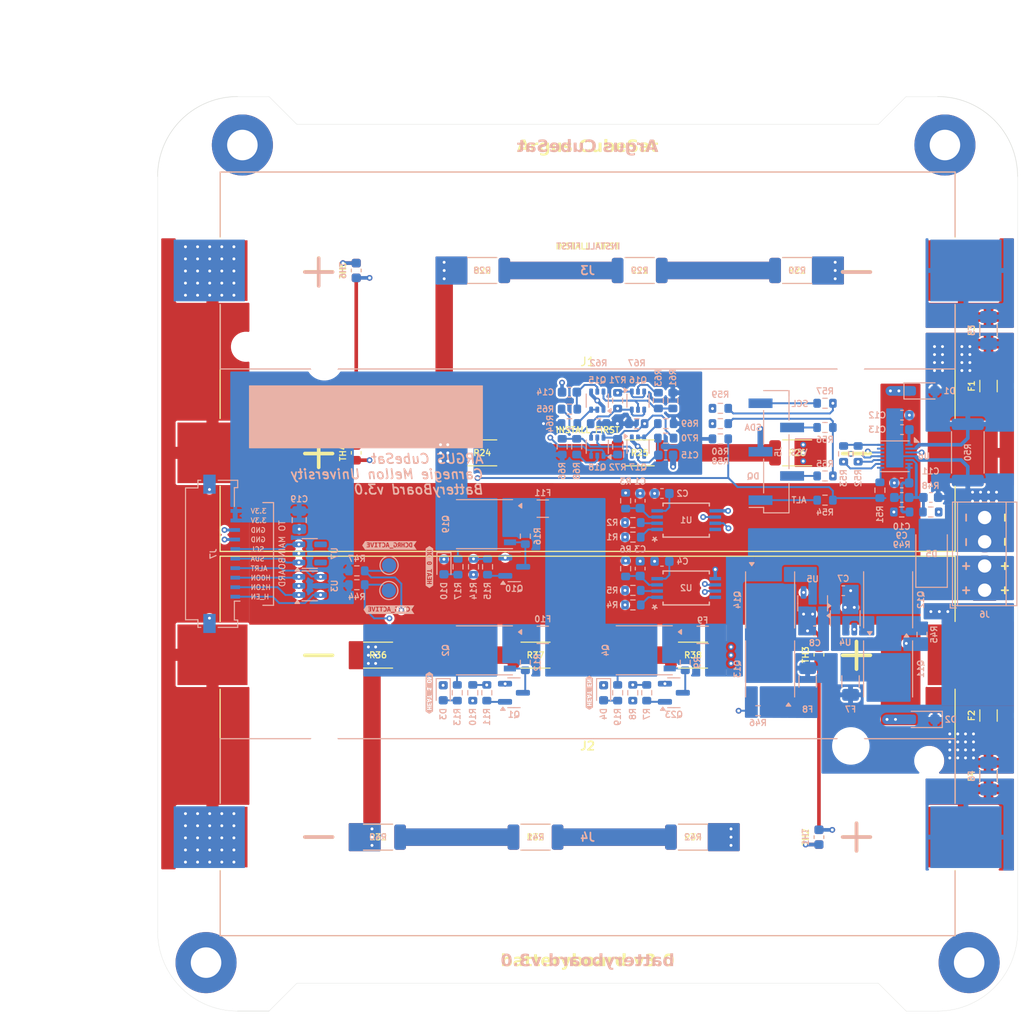
<source format=kicad_pcb>
(kicad_pcb (version 20240108) (generator "pcbnew") (generator_version "8.0")
  (layers (0 "F.Cu" signal) (1 "In1.Cu" signal) (2 "In2.Cu" signal) (31 "B.Cu" signal) (34 "B.Paste" user) (35 "F.Paste" user) (36 "B.SilkS" user "B.Silkscreen") (37 "F.SilkS" user "F.Silkscreen") (38 "B.Mask" user) (39 "F.Mask" user) (44 "Edge.Cuts" user))
  (net 0 "")
  (net 1 "/Battery Bus Detection/BATT_M")
  (net 2 "Net-(U1-VDD)")
  (net 3 "Net-(U1-CDT)")
  (net 4 "Net-(U2-VDD)")
  (net 5 "Net-(U2-CDT)")
  (net 6 "SYSTEM_VSS")
  (net 7 "GND")
  (net 8 "+3V3")
  (net 9 "SYSTEM_VDD")
  (net 10 "/Interfaces/SCL_BUS")
  (net 11 "/Interfaces/SDA_BUS")
  (net 12 "Net-(F3-Pad1)")
  (net 13 "/Battery Monitor/SCL")
  (net 14 "/Battery Monitor/SDA")
  (net 15 "Net-(Q23-G)")
  (net 16 "Net-(D10-A)")
  (net 17 "Net-(U1-CTLC)")
  (net 18 "Net-(Q1-D)")
  (net 19 "Net-(U1-CTLD)")
  (net 20 "Net-(U2-CTLD)")
  (net 21 "Net-(U2-CTLC)")
  (net 22 "Net-(TH1-Pad2)")
  (net 23 "Net-(TH2-Pad2)")
  (net 24 "Net-(TH4-Pad2)")
  (net 25 "Net-(TH5-Pad2)")
  (net 28 "/Battery Bus Detection/CHARGE_EN")
  (net 29 "/Battery Bus Detection/DISCHARGE_EN")
  (net 30 "Net-(Q13-D)")
  (net 31 "Net-(U6-VBATT)")
  (net 32 "Net-(U6-CELL1)")
  (net 33 "Net-(U6-REG2)")
  (net 34 "Net-(U6-REG3)")
  (net 35 "Net-(Q15B-G)")
  (net 36 "Net-(Q17B-G)")
  (net 37 "Net-(Q1-G)")
  (net 38 "/Battery Temperature Protection/BatteryHeater1/V_HEATER")
  (net 39 "Net-(Q10-D)")
  (net 40 "/Battery Bus Detection/BATT_P")
  (net 41 "Net-(D3-A)")
  (net 42 "Net-(D4-A)")
  (net 43 "/Interfaces/ALERT")
  (net 44 "Net-(F4-Pad1)")
  (net 45 "Net-(F1-Pad1)")
  (net 46 "Net-(F2-Pad1)")
  (net 47 "Net-(J3-NEG)")
  (net 48 "Net-(J4-POS)")
  (net 49 "Net-(Q11-D)")
  (net 50 "Net-(F8-Pad1)")
  (net 51 "/Battery Monitor/DQ")
  (net 52 "/Battery Monitor/C")
  (net 53 "/Battery Monitor/D")
  (net 54 "/Battery Monitor/A")
  (net 55 "Net-(U4-SENSE)")
  (net 56 "Net-(Q12-G)")
  (net 57 "Net-(Q14-G)")
  (net 58 "Net-(Q15A-G)")
  (net 59 "Net-(Q15A-D)")
  (net 60 "/Battery Monitor/I2C Protection/SCL_DEVICE")
  (net 61 "Net-(Q16A-B1)")
  (net 62 "Net-(Q17A-G)")
  (net 63 "Net-(Q17A-D)")
  (net 64 "/Battery Monitor/I2C Protection/SDA_DEVICE")
  (net 65 "Net-(Q18A-B1)")
  (net 66 "Net-(Q10-G)")
  (net 67 "/Battery Temperature Protection/BatteryHeater/V_HEATER")
  (net 68 "/Interfaces/HEATER1_ON")
  (net 69 "/Interfaces/HEATER0_ON")
  (net 70 "/Interfaces/HEATER_ENABLE")
  (net 71 "Net-(U1-CO)")
  (net 72 "Net-(U1-DO)")
  (net 73 "Net-(R20-Pad1)")
  (net 74 "Net-(R21-Pad1)")
  (net 75 "Net-(R24-Pad1)")
  (net 76 "Net-(R25-Pad1)")
  (net 77 "Net-(R28-Pad1)")
  (net 78 "Net-(R29-Pad1)")
  (net 79 "Net-(R32-Pad1)")
  (net 80 "Net-(R33-Pad1)")
  (net 81 "Net-(R36-Pad1)")
  (net 82 "Net-(R37-Pad1)")
  (net 83 "Net-(R40-Pad1)")
  (net 84 "Net-(R41-Pad1)")
  (net 85 "/Battery Bus Protection/CHARGE_ACTIVE")
  (net 86 "/Battery Bus Protection/DISCHARGE_ACTIVE")
  (net 87 "Net-(U6-ALRT1)")
  (net 88 "Net-(U6-AIN2)")
  (net 89 "Net-(U6-THRM)")
  (net 90 "Net-(U6-AIN1)")
  (net 92 "/Battery Bus Detection/BATT_N")
  (net 93 "VBUS")
  (net 94 "Net-(Q23-D)")
  (net 97 "Net-(F10-Pad2)")
  (net 98 "Net-(F9-Pad1)")
  (net 99 "Net-(F11-Pad2)")
  (footprint "Capacitor_SMD:C_0603_1608Metric" (layer "F.Cu") (at 164.592 107.4247 90)
    (property "Reference" "TH3")
    (property "Value" "10k 3435k")
  )
  (footprint "Resistor_SMD:R_2010_5025Metric" (layer "F.Cu") (at 118.364 126.5428 180)
    (property "Reference" "R32")
    (property "Value" "10R")
  )
  (footprint "Resistor_SMD:R_2010_5025Metric" (layer "F.Cu") (at 162.306 86.2503 180)
    (property "Reference" "R26")
    (property "Value" "10R")
  )
  (footprint "MountingHole:MountingHole_3.2mm_M3_Pad_TopBottom" (layer "F.Cu") (at 180.34 139.7)
    (property "Reference" "H1" (hide yes))
    (property "Value" "MountingHole_Pad")
  )
  (footprint "Resistor_SMD:R_2010_5025Metric" (layer "F.Cu") (at 134.874 107.459299 180)
    (property "Reference" "R37")
    (property "Value" "10R")
  )
  (footprint "MountingHole:MountingHole_3.2mm_M3_Pad_TopBottom" (layer "F.Cu") (at 100.33 139.7)
    (property "Reference" "H2" (hide yes))
    (property "Value" "MountingHole_Pad")
  )
  (footprint "Argus-Misc:BAT_1048" (layer "F.Cu") (at 140.335 116.9797)
    (property "Reference" "J2")
    (property "Value" "Keystone-1048" (hide yes))
  )
  (footprint "Fuse:Fuse_1206_3216Metric" (layer "F.Cu") (at 182.372 79.248 90)
    (property "Reference" "F1")
    (property "Value" "5A")
  )
  (footprint "Capacitor_SMD:C_0603_1608Metric" (layer "F.Cu") (at 116.078001 86.2503 90)
    (property "Reference" "TH4")
    (property "Value" "10k 3435k")
  )
  (footprint "Resistor_SMD:R_2010_5025Metric" (layer "F.Cu") (at 118.364 107.459299 180)
    (property "Reference" "R36")
    (property "Value" "10R")
  )
  (footprint "Resistor_SMD:R_2010_5025Metric" (layer "F.Cu") (at 129.286 67.12966 180)
    (property "Reference" "R20")
    (property "Value" "10R")
  )
  (footprint "Resistor_SMD:R_2010_5025Metric" (layer "F.Cu") (at 151.384 126.5428 180)
    (property "Reference" "R34")
    (property "Value" "10R")
  )
  (footprint "Resistor_SMD:R_2010_5025Metric" (layer "F.Cu") (at 145.796 86.2503 180)
    (property "Reference" "R25")
    (property "Value" "10R")
  )
  (footprint "Fuse:Fuse_1206_3216Metric" (layer "F.Cu") (at 182.372 73.406 -90)
    (property "Reference" "F3")
    (property "Value" "5A")
  )
  (footprint "Resistor_SMD:R_2010_5025Metric" (layer "F.Cu") (at 162.306 67.12966 180)
    (property "Reference" "R22")
    (property "Value" "10R")
  )
  (footprint "MountingHole:MountingHole_3.2mm_M3_Pad_TopBottom" (layer "F.Cu") (at 177.8 53.975)
    (property "Reference" "H3" (hide yes))
    (property "Value" "MountingHole_Pad")
  )
  (footprint "MountingHole:MountingHole_3.2mm_M3_Pad_TopBottom" (layer "F.Cu") (at 104.14 53.975)
    (property "Reference" "H4" (hide yes))
    (property "Value" "MountingHole_Pad")
  )
  (footprint "Capacitor_SMD:C_0603_1608Metric" (layer "F.Cu") (at 164.592 126.54534 90)
    (property "Reference" "TH2")
    (property "Value" "10k 3435k")
  )
  (footprint "Fuse:Fuse_1206_3216Metric" (layer "F.Cu") (at 182.372 120.142 90)
    (property "Reference" "F4")
    (property "Value" "5A")
  )
  (footprint "Argus-Misc:BAT_1048" (layer "F.Cu") (at 140.335 76.6953 180)
    (property "Reference" "J1")
    (property "Value" "Keystone-1048" (hide yes))
  )
  (footprint "Capacitor_SMD:C_0603_1608Metric" (layer "F.Cu") (at 116.078 67.12966 90)
    (property "Reference" "TH5")
    (property "Value" "10k 3435k")
  )
  (footprint "Resistor_SMD:R_2010_5025Metric" (layer "F.Cu") (at 151.384 107.459299 180)
    (property "Reference" "R38")
    (property "Value" "10R")
  )
  (footprint "Resistor_SMD:R_2010_5025Metric" (layer "F.Cu") (at 129.286 86.2503 180)
    (property "Reference" "R24")
    (property "Value" "10R")
  )
  (footprint "Fuse:Fuse_1206_3216Metric" (layer "F.Cu") (at 182.372 113.792 -90)
    (property "Reference" "F2")
    (property "Value" "5A")
  )
  (footprint "Resistor_SMD:R_2010_5025Metric" (layer "F.Cu") (at 145.796 67.12966 180)
    (property "Reference" "R21")
    (property "Value" "10R")
  )
  (footprint "Resistor_SMD:R_2010_5025Metric" (layer "F.Cu") (at 134.874 126.5428 180)
    (property "Reference" "R33")
    (property "Value" "10R")
  )
  (footprint "Capacitor_SMD:C_0603_1608Metric" (layer "B.Cu") (at 173.3 83.816 180)
    (property "Reference" "C13")
    (property "Value" "0.47uF")
  )
  (footprint "Argus-IC:TSSOP8-E-PKG_FT008-A-P-SD-1.2_ABL" (layer "B.Cu") (at 150.6728 93.3064)
    (property "Reference" "U1")
    (property "Value" "S-8209AAA-T8T1U")
  )
  (footprint "Resistor_SMD:R_0603_1608Metric" (layer "B.Cu") (at 146.5348 111.4044 90)
    (property "Reference" "R7")
    (property "Value" "1k")
  )
  (footprint "Package_SO:PowerPAK_SO-8_Single" (layer "B.Cu") (at 129.5146 106.9594 180)
    (property "Reference" "Q2")
    (property "Value" "SIRA99DP-T1-GE3")
  )
  (footprint "Package_TO_SOT_SMD:SOT-363_SC-70-6" (layer "B.Cu") (at 145.6182 80.776999 -90)
    (property "Reference" "Q16")
    (property "Value" "MBT2222ADW1T1")
  )
  (footprint "Capacitor_SMD:C_0603_1608Metric" (layer "B.Cu") (at 145.8468 91.2744 90)
    (property "Reference" "C1")
    (property "Value" "0.1uF")
  )
  (footprint "Package_SO:PowerPAK_SO-8_Single" (layer "B.Cu") (at 159.4708 101.666001 -90)
    (property "Reference" "Q14")
    (property "Value" "SIRA99DP-T1-GE3")
  )
  (footprint "Package_SO:PowerPAK_SO-8_Single" (layer "B.Cu") (at 146.2756 106.95 180)
    (property "Reference" "Q4")
    (property "Value" "SIRA99DP-T1-GE3")
  )
  (footprint "Resistor_SMD:R_2010_5025Metric" (layer "B.Cu") (at 151.384 126.5428 180)
    (property "Reference" "R42")
    (property "Value" "10R")
  )
  (footprint "Capacitor_SMD:C_0603_1608Metric" (layer "B.Cu") (at 148.526 86.487001)
    (property "Reference" "C15")
    (property "Value" "10nF")
  )
  (footprint "Package_TO_SOT_SMD:TSOT-23-6" (layer "B.Cu") (at 167.345901 103.593401 -90)
    (property "Reference" "U4")
    (property "Value" "LTC4412xS6")
  )
  (footprint "Resistor_SMD:R_0603_1608Metric" (layer "B.Cu") (at 154.2542 84.7852 180)
    (property "Reference" "R58")
    (property "Value" "10k")
  )
  (footprint "Resistor_SMD:R_2010_5025Metric" (layer "B.Cu") (at 118.364 126.5428 180)
    (property "Reference" "R40")
    (property "Value" "10R")
  )
  (footprint "Resistor_SMD:R_0603_1608Metric" (layer "B.Cu") (at 150.5712 108.2294 90)
    (property "Reference" "R9")
    (property "Value" "10k")
  )
  (footprint "Capacitor_SMD:C_0805_2012Metric" (layer "B.Cu") (at 110.1 93.3 -90)
    (property "Reference" "C19")
    (property "Value" "10uF")
  )
  (footprint "Connector_PinHeader_2.54mm:PinHeader_1x05_P2.54mm_Vertical_SMD_Pin1Left" (layer "B.Cu") (at 160.1216 86.1314)
    (property "Reference" "J5")
    (property "Value" "Fuel Gauge Programming Header")
  )
  (footprint "Resistor_SMD:R_0603_1608Metric" (layer "B.Cu") (at 128.2954 111.4044 90)
    (property "Reference" "R10")
    (property "Value" "10k")
  )
  (footprint "Resistor_SMD:R_0603_1608Metric" (layer "B.Cu") (at 137.668 85.602998 90)
    (property "Reference" "R66")
    (property "Value" "10k")
  )
  (footprint "LED_SMD:LED_0603_1608Metric" (layer "B.Cu") (at 142.0136 111.4044 -90)
    (property "Reference" "D4")
    (property "Value" "GREEN")
  )
  (footprint "Resistor_SMD:R_0603_1608Metric" (layer "B.Cu") (at 143.4868 111.4044 90)
    (property "Reference" "R19")
    (property "Value" "2.7k")
  )
  (footprint "Resistor_SMD:R_0603_1608Metric" (layer "B.Cu") (at 116.141 98.6218)
    (property "Reference" "R47")
    (property "Value" "470k")
  )
  (footprint "Fuse:Fuse_1206_3216Metric" (layer "B.Cu") (at 182.372 120.142 90)
    (property "Reference" "F6")
    (property "Value" "5A")
  )
  (footprint "Resistor_SMD:R_0603_1608Metric" (layer "B.Cu") (at 149.2758 80.772001 -90)
    (property "Reference" "R61")
    (property "Value" "10k")
  )
  (footprint "Resistor_SMD:R_0603_1608Metric" (layer "B.Cu") (at 145.0848 95.0844 180)
    (property "Reference" "R1")
    (property "Value" "1k")
  )
  (footprint "Resistor_SMD:R_0603_1608Metric" (layer "B.Cu") (at 165.227 88.6714 180)
    (property "Reference" "R55")
    (property "Value" "150R")
  )
  (footprint "Resistor_SMD:R_0603_1608Metric" (layer "B.Cu") (at 145.4912 83.189999)
    (property "Reference" "R67")
    (property "Value" "10k")
  )
  (footprint "Package_TO_SOT_SMD:SOT-363_SC-70-6" (layer "B.Cu") (at 141.351 85.602999 90)
    (property "Reference" "Q18")
    (property "Value" "MBT2222ADW1T1")
  )
  (footprint "Capacitor_SMD:C_0603_1608Metric" (layer "B.Cu") (at 164.592 126.54534 -90)
    (property "Reference" "TH1")
    (property "Value" "10k 3435k")
  )
  (footprint "kibuzzard-67803551" (layer "B.Cu") (at 123.7488 98.2218 90)
    (property "Reference" "kibuzzard-67803551" (hide yes))
    (property "Value" "G***" (hide yes))
  )
  (footprint "Resistor_SMD:R_0603_1608Metric" (layer "B.Cu") (at 143.4846 85.602999 -90)
    (property "Reference" "R72")
    (property "Value" "0R")
  )
  (footprint "TerminalBlock_TE-Connectivity:TerminalBlock_TE_282834-4_1x04_P2.54mm_Horizontal" (layer "B.Cu") (at 181.9656 100.65258 90)
    (property "Reference" "J6")
    (property "Value" "282834-4")
  )
  (footprint "Package_TO_SOT_SMD:SOT-23" (layer "B.Cu") (at 132.6388 98.1964)
    (property "Reference" "Q10")
    (property "Value" "IRLML2803")
  )
  (footprint "Connector_FFC-FPC:Molex_200528-0100_1x10-1MP_P1.00mm_Horizontal" (layer "B.Cu") (at 102.47884 96.8375 90)
    (property "Reference" "J7")
    (property "Value" "200528-0100")
  )
  (footprint "Fuse:Fuse_1206_3216Metric" (layer "B.Cu") (at 163.4078 110.2228 90)
    (property "Reference" "F8")
    (property "Value" "6A")
  )
  (footprint "Resistor_SMD:R_0603_1608Metric" (layer "B.Cu") (at 148.526 84.709001 180)
    (property "Reference" "R70")
    (property "Value" "200k")
  )
  (footprint "kibuzzard-6780351B" (layer "B.Cu") (at 123.7374 111.4138 90)
    (property "Reference" "kibuzzard-6780351B" (hide yes))
    (property "Value" "G***" (hide yes))
  )
  (footprint "Capacitor_SMD:C_0603_1608Metric" (layer "B.Cu") (at 138.430001 79.887999 180)
    (property "Reference" "C14")
    (property "Value" "10nF")
  )
  (footprint "Resistor_SMD:R_0603_1608Metric" (layer "B.Cu") (at 126.6698 111.4044 90)
    (property "Reference" "R13")
    (property "Value" "2.7k")
  )
  (footprint "Resistor_SMD:R_0603_1608Metric" (layer "B.Cu") (at 129.8448 98.1964 90)
    (property "Reference" "R15")
    (property "Value" "1k")
  )
  (footprint "Capacitor_SMD:C_0603_1608Metric" (layer "B.Cu") (at 148.1328 90.5124 180)
    (property "Reference" "C2")
    (property "Value" "10nF")
  )
  (footprint "Resistor_SMD:R_0603_1608Metric" (layer "B.Cu") (at 128.3716 98.1964 90)
    (property "Reference" "R14")
    (property "Value" "10k")
  )
  (footprint "Resistor_SMD:R_0603_1608Metric" (layer "B.Cu") (at 168.6985 86.356 -90)
    (property "Reference" "R52")
    (property "Value" "30k")
  )
  (footprint "Resistor_SMD:R_2010_5025Metric" (layer "B.Cu") (at 162.306 67.12966 180)
    (property "Reference" "R30")
    (property "Value" "10R")
  )
  (footprint "Resistor_SMD:R_0603_1608Metric" (layer "B.Cu") (at 129.7686 111.4044 90)
    (property "Reference" "R11")
    (property "Value" "1k")
  )
  (footprint "Package_TO_SOT_SMD:SOT-363_SC-70-6" (layer "B.Cu") (at 141.351 80.776998 90)
    (property "Reference" "Q15")
    (property "Value" "NX3008NBKS")
  )
  (footprint "Fuse:Fuse_1206_3216Metric" (layer "B.Cu") (at 167.903601 110.2228 90)
    (property "Reference" "F7")
    (property "Value" "6A")
  )
  (footprint "Capacitor_SMD:C_0603_1608Metric" (layer "B.Cu") (at 164.1698 104.9142 180)
    (property "Reference" "C8")
    (property "Value" "0.1uF")
  )
  (footprint "Capacitor_SMD:C_0603_1608Metric" (layer "B.Cu") (at 148.1328 97.6244 180)
    (property "Reference" "C4")
    (property "Value" "10nF")
  )
  (footprint "Resistor_SMD:R_0603_1608Metric" (layer "B.Cu") (at 141.478 83.19 180)
    (property "Reference" "R62")
    (property "Value" "10k")
  )
  (footprint "Resistor_SMD:R_0603_1608Metric" (layer "B.Cu") (at 165.227 91.2114 180)
    (property "Reference" "R54")
    (property "Value" "51.1k")
  )
  (footprint "Resistor_SMD:R_0603_1608Metric" (layer "B.Cu") (at 145.0848 102.1964 180)
    (property "Reference" "R4")
    (property "Value" "1k")
  )
  (footprint "Resistor_SMD:R_0603_1608Metric" (layer "B.Cu") (at 144.3228 98.3864 -90)
    (property "Reference" "R6")
    (property "Value" "470R")
  )
  (footprint "Resistor_SMD:R_0603_1608Metric" (layer "B.Cu") (at 138.43 81.665998)
    (property "Reference" "R65")
    (property "Value" "200k")
  )
  (footprint "Resistor_SMD:R_0603_1608Metric" (layer "B.Cu") (at 175.3966 105.294001 -90)
    (property "Reference" "R45")
    (property "Value" "100k")
  )
  (footprint "Resistor_SMD:R_0603_1608Metric" (layer "B.Cu") (at 139.192 85.602999 90)
    (property "Reference" "R68")
    (property "Value" "680R")
  )
  (footprint "Resistor_SMD:R_0603_1608Metric" (layer "B.Cu") (at 138.43 83.189999)
    (property "Reference" "R64")
    (property "Value" "100k")
  )
  (footprint "kibuzzard-6786F69C" (layer "B.Cu") (at 119.507 102.6922 180)
    (property "Reference" "kibuzzard-6786F69C" (hide yes))
    (property "Value" "G***" (hide yes))
  )
  (footprint "Resistor_SMD:R_0603_1608Metric" (layer "B.Cu") (at 133.8072 94.996 90)
    (property "Reference" "R16")
    (property "Value" "10k")
  )
  (footprint "Resistor_SMD:R_0603_1608Metric" (layer "B.Cu") (at 167.1745 86.356 -90)
    (property "Reference" "R53")
    (property "Value" "30k")
  )
  (footprint "Resistor_SMD:R_2010_5025Metric" (layer "B.Cu") (at 129.286 67.12966 180)
    (property "Reference" "R28")
    (property "Value" "10R")
  )
  (footprint "Fuse:Fuse_1206_3216Metric" (layer "B.Cu") (at 182.372 73.406 -90)
    (property "Reference" "F5")
    (property "Value" "5A")
  )
  (footprint "Resistor_SMD:R_0603_1608Metric" (layer "B.Cu") (at 116.141 100.076)
    (property "Reference" "R44")
    (property "Value" "470k")
  )
  (footprint "TestPoint:TestPoint_Pad_D1.5mm" (layer "B.Cu") (at 119.5192 98.044 180)
    (property "Reference" "TP2" (hide yes))
    (property "Value" "TestPoint")
  )
  (footprint "Resistor_SMD:R_2010_5025Metric" (layer "B.Cu") (at 134.874 126.5428 180)
    (property "Reference" "R41")
    (property "Value" "10R")
  )
  (footprint "Fuse:Fuse_1206_3216Metric" (layer "B.Cu") (at 152.4 105.3338)
    (property "Reference" "F9")
    (property "Value" "5A")
  )
  (footprint "Package_TO_SOT_SMD:SOT-23-6" (layer "B.Cu") (at 111.2 96.8)
    (property "Reference" "U7")
    (property "Value" "D5V0P4UR6SO")
  )
  (footprint "Diode_SMD:D_SMA" (layer "B.Cu") (at 176.4 96.8375 90)
    (property "Reference" "D5")
    (property "Value" "10V")
  )
  (footprint "Diode_SMD:D_SOD-323_HandSoldering" (layer "B.Cu") (at 175.514 79.756)
    (property "Reference" "D1")
    (property "Value" "BAT60JFILM")
  )
  (footprint "Package_SO:PowerPAK_SO-8_Single" (layer "B.Cu") (at 171.8406 108.902 -90)
    (property "Reference" "Q11")
    (property "Value" "SIRA99DP-T1-GE3")
  )
  (footprint "Package_TO_SOT_SMD:SOT-363_SC-70-6" (layer "B.Cu") (at 145.6182 85.598 -90)
    (property "Reference" "Q17")
    (property "Value" "NX3008NBKS")
  )
  (footprint "LED_SMD:LED_0603_1608Metric" (layer "B.Cu") (at 125.2728 98.1964 -90)
    (property "Reference" "D10")
    (property "Value" "GREEN")
  )
  (footprint "TestPoint:TestPoint_Pad_D1.5mm" (layer "B.Cu") (at 119.4938 100.6856 180)
    (property "Reference" "TP1" (hide yes))
    (property "Value" "TestPoint")
  )
  (footprint "Package_TO_SOT_SMD:TSOT-23-6" (layer "B.Cu") (at 163.930999 102.0241 90)
    (property "Reference" "U5")
    (property "Value" "LTC4412xS6")
  )
  (footprint "Argus-Misc:Keystone_1042" (layer "B.Cu") (at 140.335 67.12966 180)
    (property "Reference" "J3")
    (property "Value" "Keystone-1042")
  )
  (footprint "kibuzzard-67803442" (layer "B.Cu") (at 140.515 111.4044 90)
    (property "Reference" "kibuzzard-67803442" (hide yes))
    (property "Value" "G***" (hide yes))
  )
  (footprint "Capacitor_SMD:C_0603_1608Metric" (layer "B.Cu") (at 167.1416 100.7033)
    (property "Reference" "C7")
    (property "Value" "0.1uF")
  )
  (footprint "Resistor_SMD:R_0603_1608Metric" (layer "B.Cu") (at 145.0706 111.4044 90)
    (property "Reference" "R8")
    (property "Value" "10k")
  )
  (footprint "Package_DFN_QFN:TDFN-14-1EP_3x3mm_P0.4mm_EP1.78x2.35mm" (layer "B.Cu") (at 172.545 86.61 180)
    (property "Reference" "U6")
    (property "Value" "MAX17205")
  )
  (footprint "Fuse:Fuse_1206_3216Metric" (layer "B.Cu") (at 135.636 105.3338 180)
    (property "Reference" "F10")
    (property "Value" "2A")
  )
  (footprint "Capacitor_SMD:C_0603_1608Metric" (layer "B.Cu") (at 173.2705 89.404 180)
    (property "Reference" "C10")
    (property "Value" "1nF")
  )
  (footprint "Resistor_SMD:R_0603_1608Metric" (layer "B.Cu") (at 158.2008 113.288001 180)
    (property "Reference" "R46")
    (property "Value" "100k")
  )
  (footprint "Argus-IC:TSSOP8-E-PKG_FT008-A-P-SD-1.2_ABL" (layer "B.Cu") (at 150.6728 100.4184)
    (property "Reference" "U2")
    (property "Value" "S-8209AAA-T8T1U")
  )
  (footprint "Resistor_SMD:R_2512_6332Metric" (layer "B.Cu") (at 180.2 86.2 90)
    (property "Reference" "R50")
    (property "Value" "10m")
  )
  (footprint "Capacitor_SMD:C_0603_1608Metric" (layer "B.Cu") (at 116.078 67.12966 -90)
    (property "Reference" "TH6")
    (property "Value" "10k 3435k")
  )
  (footprint "kibuzzard-6786F6AE" (layer "B.Cu") (at 119.5578 95.9612 180)
    (property "Reference" "kibuzzard-6786F6AE" (hide yes))
    (property "Value" "G***" (hide yes))
  )
  (footprint "Package_TO_SOT_SMD:SOT-23-6" (layer "B.Cu") (at 111.2 100.2)
    (property "Reference" "U3")
    (property "Value" "D5V0P4UR6SO")
  )
  (footprint "Resistor_SMD:R_0603_1608Metric" (layer "B.Cu") (at 143.4846 80.776998 90)
    (property "Reference" "R71")
    (property "Value" "0R")
  )
  (footprint "Resistor_SMD:R_0603_1608Metric" (layer "B.Cu") (at 165.227 81.0514 180)
    (property "Reference" "R57")
    (property "Value" "150R")
  )
  (footprint "Package_TO_SOT_SMD:SOT-23" (layer "B.Cu") (at 132.6134 111.4044)
    (property "Reference" "Q1")
    (property "Value" "IRLML2803")
  )
  (footprint "Resistor_SMD:R_0603_1608Metric" (layer "B.Cu") (at 133.8072 108.2294 90)
    (property "Reference" "R12")
    (property "Value" "10k")
  )
  (footprint "Resistor_SMD:R_0603_1608Metric" (layer "B.Cu") (at 176.3185 92.452 180)
    (property "Reference" "R48")
    (property "Value" "10R")
  )
  (footprint "LED_SMD:LED_0603_1608Metric" (layer "B.Cu") (at 125.1966 111.4044 -90)
    (property "Reference" "D3")
    (property "Value" "GREEN")
  )
  (footprint "Resistor_SMD:R_0603_1608Metric" (layer "B.Cu") (at 154.2542 81.5848 180)
    (property "Reference" "R59")
    (property "Value" "0R")
  )
  (footprint "Capacitor_SMD:C_0603_1608Metric" (layer "B.Cu") (at 145.8468 98.3864 90)
    (property "Reference" "C3")
    (property "Value" "0.1uF")
  )
  (footprint "Diode_SMD:D_SOD-323_HandSoldering" (layer "B.Cu") (at 175.514 114.1984 180)
    (property "Reference" "D2")
    (property "Value" "BAT60JFILM")
  )
  (footprint "Resistor_SMD:R_0603_1608Metric" (layer "B.Cu") (at 145.0848 93.5604 180)
    (property "Reference" "R2")
    (property "Value" "1k")
  )
  (footprint "Capacitor_SMD:C_0603_1608Metric" (layer "B.Cu") (at 173.2705 90.928 180)
    (property "Reference" "C9")
    (property "Value" "1nF")
  )
  (footprint "Resistor_SMD:R_0603_1608Metric" (layer "B.Cu") (at 173.2705 92.452)
    (property "Reference" "R49")
    (property "Value" "100R")
  )
  (footprint "Package_SO:PowerPAK_SO-8_Single" (layer "B.Cu") (at 159.4708 108.902 90)
    (property "Reference" "Q13")
    (property "Value" "SIRA99DP-T1-GE3")
  )
  (footprint "Resistor_SMD:R_0603_1608Metric" (layer "B.Cu") (at 170.9845 90.166 -90)
    (property "Reference" "R51")
    (property "Value" "1k")
  )
  (footprint "Package_SO:PowerPAK_SO-8_Single" (layer "B.Cu") (at 171.846099 101.657001 90)
    (property "Reference" "Q12")
    (property "Value" "SIRA99DP-T1-GE3")
  )
  (footprint "Resistor_SMD:R_0603_1608Metric" (layer "B.Cu") (at 148.526 83.185 180)
    (property "Reference" "R69")
    (property "Value" "100k")
  )
  (footprint "Resistor_SMD:R_0603_1608Metric" (layer "B.Cu") (at 154.2542 83.185)
    (property "Reference" "R60")
    (property "Value" "0R")
  )
  (footprint "Argus-Misc:Keystone_1042" (layer "B.Cu") (at 140.335 126.54534)
    (property "Reference" "J4")
    (property "Value" "Keystone-1042")
  )
  (footprint "Resistor_SMD:R_0603_1608Metric" (layer "B.Cu") (at 126.746 98.1964 90)
    (property "Reference" "R17")
    (property "Value" "2.7k")
  )
  (footprint "Capacitor_SMD:C_0603_1608Metric" (layer "B.Cu") (at 176.3185 90.928)
    (property "Reference" "C11")
    (property "Value" "0.1uF")
  )
  (footprint "Package_SO:PowerPAK_SO-8_Single" (layer "B.Cu") (at 129.526 93.725 180)
    (property "Reference" "Q19")
    (property "Value" "SIRA99DP-T1-GE3")
  )
  (footprint "Fuse:Fuse_1206_3216Metric" (layer "B.Cu") (at 135.636 92.1004 180)
    (property "Reference" "F11")
    (property "Value" "2A")
  )
  (footprint "Package_TO_SOT_SMD:SOT-23" (layer "B.Cu") (at 149.3796 111.4044)
    (property "Reference" "Q23")
    (property "Value" "IRLML2803")
  )
  (footprint "Resistor_SMD:R_0603_1608Metric" (layer "B.Cu") (at 165.223001 83.5914 180)
    (property "Reference" "R56")
    (property "Value" "150R")
  )
  (footprint "Resistor_SMD:R_0603_1608Metric" (layer "B.Cu") (at 145.0848 100.6724 180)
    (property "Reference" "R5")
    (property "Value" "1k")
  )
  (footprint "Resistor_SMD:R_2010_5025Metric" (layer "B.Cu") (at 145.796 67.12966 180)
    (property "Reference" "R29")
    (property "Value" "10R")
  )
  (footprint "Resistor_SMD:R_0603_1608Metric" (layer "B.Cu") (at 147.751799 80.772001 -90)
    (property "Reference" "R63")
    (property "Value" "680R")
  )
  (footprint "Capacitor_SMD:C_0603_1608Metric" (layer "B.Cu") (at 173.3 82.3 180)
    (property "Reference" "C12")
    (property "Value" "0.47uF")
  )
  (footprint "Resistor_SMD:R_0603_1608Metric" (layer "B.Cu") (at 144.3228 91.2744 -90)
    (property "Reference" "R3")
    (property "Value" "470R")
  )
  (gr_line (start 107.4039 91.4654) (end 107.4039 102.235) (stroke (width 0.127)) (layer "B.SilkS"))
  (gr_rect (start 104.8802 79.225) (end 129.3078 85.725) (stroke (width 0.1)) (fill solid) (layer "B.SilkS"))
  (gr_line (start 107.4039 102.235) (end 106.2863 102.235) (stroke (width 0.127)) (layer "B.SilkS"))
  (gr_line (start 107.4039 91.4654) (end 106.2863 91.4654) (stroke (width 0.127)) (layer "B.SilkS"))
  (gr_arc (start 95.25 57.277) (mid 97.705031 51.350031) (end 103.632 48.895) (stroke (width 0.05)) (layer "Edge.Cuts"))
  (gr_line (start 106.934 144.78) (end 103.632 144.78) (stroke (width 0.05)) (layer "Edge.Cuts"))
  (gr_line (start 106.934 144.78) (end 109.855 141.859) (stroke (width 0.0254)) (layer "Edge.Cuts"))
  (gr_line (start 185.42 136.398) (end 185.42 57.277) (stroke (width 0.0254)) (layer "Edge.Cuts"))
  (gr_arc (start 177.038 48.895) (mid 182.964969 51.350031) (end 185.42 57.277) (stroke (width 0.05)) (layer "Edge.Cuts"))
  (gr_line (start 106.934 48.895) (end 103.632 48.895) (stroke (width 0.0254)) (layer "Edge.Cuts"))
  (gr_line (start 170.815 141.859) (end 173.736 144.78) (stroke (width 0.0254)) (layer "Edge.Cuts"))
  (gr_arc (start 103.632 144.78) (mid 97.705031 142.324969) (end 95.25 136.398) (stroke (width 0.0254)) (layer "Edge.Cuts"))
  (gr_line (start 173.736 48.895) (end 177.038 48.895) (stroke (width 0.0254)) (layer "Edge.Cuts"))
  (gr_line (start 173.736 48.895) (end 170.815 51.816) (stroke (width 0.0254)) (layer "Edge.Cuts"))
  (gr_line (start 109.855 51.816) (end 106.934 48.895) (stroke (width 0.0254)) (layer "Edge.Cuts"))
  (gr_arc (start 185.42 136.398) (mid 182.964969 142.324969) (end 177.038 144.78) (stroke (width 0.0254)) (layer "Edge.Cuts"))
  (gr_line (start 109.855 51.816) (end 170.815 51.816) (stroke (width 0.0254)) (layer "Edge.Cuts"))
  (gr_line (start 173.736 144.78) (end 177.038 144.78) (stroke (width 0.0254)) (layer "Edge.Cuts"))
  (gr_line (start 95.25 57.277) (end 95.25 136.398) (stroke (width 0.0254)) (layer "Edge.Cuts"))
  (gr_line (start 170.815 141.859) (end 109.855 141.859) (stroke (width 0.0254)) (layer "Edge.Cuts"))
  (gr_text "3.3V" (at 104.9528 92.3544 0) (layer "B.SilkS") (effects (font (size 0.508 0.508) (thickness 0.1016) (bold yes)) (justify right mirror)))
  (gr_text "batteryboard.v3.0" (at 140.335 140.2842 0) (layer "B.SilkS") (effects (font (size 1.27 1.27) (thickness 0.3048) (bold yes)) (justify bottom mirror)))
  (gr_text "GND" (at 104.9528 94.361 0) (layer "B.SilkS") (effects (font (size 0.508 0.508) (thickness 0.1016) (bold yes)) (justify right mirror)))
  (gr_text "GND" (at 104.9528 95.3516 0) (layer "B.SilkS") (effects (font (size 0.508 0.508) (thickness 0.1016) (bold yes)) (justify right mirror)))
  (gr_text "-" (at 180.086 95.6056 270) (layer "B.SilkS") (effects (font (size 0.889 0.889) (thickness 0.1778) (bold yes)) (justify mirror)))
  (gr_text "SCL" (at 104.9528 96.3676 0) (layer "B.SilkS") (effects (font (size 0.508 0.508) (thickness 0.1016) (bold yes)) (justify right mirror)))
  (gr_text "Argus CubeSat" (at 140.335 54.9148 -0) (layer "B.SilkS") (effects (font (size 1.27 1.27) (thickness 0.3048) (bold yes)) (justify bottom mirror)))
  (gr_text "TO MAINBOARD" (at 108.3056 96.8248 90) (layer "B.SilkS") (effects (font (size 0.635 0.635) (thickness 0.1016)) (justify mirror)))
  (gr_text "SDA" (at 157.7 83.6 0) (layer "B.SilkS") (effects (font (size 0.635 0.635) (thickness 0.127) (bold yes)) (justify mirror)))
  (gr_text "ARGUS CubeSat\nCarnegie Mellon University\nBatteryBoard v3.0" (at 129.54 90.678 0) (layer "B.SilkS") (effects (font (size 1 1) (thickness 0.1778) (italic yes)) (justify left bottom mirror)))
  (gr_text "3.3V" (at 104.9528 93.345 0) (layer "B.SilkS") (effects (font (size 0.508 0.508) (thickness 0.1016) (bold yes)) (justify right mirror)))
  (gr_text "ALT" (at 162.5 91.2 0) (layer "B.SilkS") (effects (font (size 0.635 0.635) (thickness 0.127) (bold yes)) (justify mirror)))
  (gr_text "SCL" (at 162.6 81.1 0) (layer "B.SilkS") (effects (font (size 0.635 0.635) (thickness 0.127) (bold yes)) (justify mirror)))
  (gr_text "+" (at 180.086 98.1202 270) (layer "B.SilkS") (effects (font (size 0.889 0.889) (thickness 0.1778) (bold yes)) (justify mirror)))
  (gr_text "H0ON" (at 104.9528 99.3648 0) (layer "B.SilkS") (effects (font (size 0.508 0.508) (thickness 0.1016) (bold yes)) (justify right mirror)))
  (gr_text "H_EN" (at 104.9528 101.346 0) (layer "B.SilkS") (effects (font (size 0.508 0.508) (thickness 0.1016) (bold yes)) (justify right mirror)))
  (gr_text "VSS" (at 162.5 86.2 0) (layer "B.SilkS") (effects (font (size 0.635 0.635) (thickness 0.127) (bold yes)) (justify mirror)))
  (gr_text "SDA" (at 104.9528 97.3582 0) (layer "B.SilkS") (effects (font (size 0.508 0.508) (thickness 0.1016) (bold yes)) (justify right mirror)))
  (gr_text "DQ" (at 157.7 88.7 0) (layer "B.SilkS") (effects (font (size 0.635 0.635) (thickness 0.127) (bold yes)) (justify mirror)))
  (gr_text "INSTALL FIRST" (at 140.4112 64.5922 0) (layer "B.SilkS") (effects (font (size 0.635 0.635) (thickness 0.127) (bold yes)) (justify mirror)))
  (gr_text "+" (at 180.086 100.6602 -90) (layer "B.SilkS") (effects (font (size 0.889 0.889) (thickness 0.1778) (bold yes)) (justify mirror)))
  (gr_text "-" (at 180.086 93.0402 -90) (layer "B.SilkS") (effects (font (size 0.889 0.889) (thickness 0.1778) (bold yes)) (justify mirror)))
  (gr_text "H1ON" (at 104.9528 100.3554 0) (layer "B.SilkS") (effects (font (size 0.508 0.508) (thickness 0.1016) (bold yes)) (justify right mirror)))
  (gr_text "ALRT" (at 104.9528 98.3742 0) (layer "B.SilkS") (effects (font (size 0.508 0.508) (thickness 0.1016) (bold yes)) (justify right mirror)))
  (gr_text "Argus CubeSat" (at 140.335 54.9148 0) (layer "F.SilkS") (effects (font (size 1.27 1.27) (thickness 0.3048) (bold yes)) (justify bottom)))
  (gr_text "-" (at 184.023 95.5802 90) (layer "F.SilkS") (effects (font (size 0.889 0.889) (thickness 0.1778) (bold yes))))
  (gr_text "+" (at 184.023 100.6602 90) (layer "F.SilkS") (effects (font (size 0.889 0.889) (thickness 0.1778) (bold yes))))
  (gr_text "INSTALL FIRST" (at 140.335 64.5922 -0) (layer "F.SilkS") (effects (font (size 0.635 0.635) (thickness 0.127) (bold yes))))
  (gr_text "batteryboard.v3.0" (at 140.335 140.2842 0) (layer "F.SilkS") (effects (font (size 1.27 1.27) (thickness 0.3048) (bold yes)) (justify bottom)))
  (gr_text "+" (at 184.023 98.1202 90) (layer "F.SilkS") (effects (font (size 0.889 0.889) (thickness 0.1778) (bold yes))))
  (gr_text "-" (at 184.023 93.0402 90) (layer "F.SilkS") (effects (font (size 0.889 0.889) (thickness 0.1778) (bold yes))))
  (gr_text "INSTALL FIRST" (at 140.335 83.8454 0) (layer "F.SilkS") (effects (font (size 0.635 0.635) (thickness 0.127) (bold yes))))
  (segment (start 101.3032 67.1403) (end 101.1035 67.34) (width 0.254) (layer "F.Cu") (net 1))
  (segment (start 101.1035 126.7) (end 100.3541 125.9506) (width 0.254) (layer "F.Cu") (net 1))
  (segment (start 100.67564 67.1403) (end 101.3032 67.1403) (width 0.254) (layer "F.Cu") (net 1))
  (segment (start 100.665 67.12966) (end 100.67564 67.1403) (width 0.254) (layer "F.Cu") (net 1))
  (segment (start 100.3541 68.0894) (end 101.3032 67.1403) (width 0.254) (layer "F.Cu") (net 1))
  (via (at 99.441 64.643) (size 0.6096) (drill 0.3048) (layers "F.Cu" "B.Cu") (net 1))
  (via (at 99.441 69.723) (size 0.6096) (drill 0.3048) (layers "F.Cu" "B.Cu") (net 1))
  (via (at 103.251 125.349) (size 0.6096) (drill 0.3048) (layers "F.Cu" "B.Cu") (net 1))
  (via (at 100.711 69.723) (size 0.6096) (drill 0.3048) (layers "F.Cu" "B.Cu") (net 1))
  (via (at 101.981 64.643) (size 0.6096) (drill 0.3048) (layers "F.Cu" "B.Cu") (net 1))
  (via (at 98.171 64.643) (size 0.6096) (drill 0.3048) (layers "F.Cu" "B.Cu") (net 1))
  (via (at 99.441 68.453) (size 0.6096) (drill 0.3048) (layers "F.Cu" "B.Cu") (net 1))
  (via (at 99.441 129.159) (size 0.6096) (drill 0.3048) (layers "F.Cu" "B.Cu") (net 1))
  (via (at 103.251 65.913) (size 0.6096) (drill 0.3048) (layers "F.Cu" "B.Cu") (net 1))
  (via (at 103.251 67.183) (size 0.6096) (drill 0.3048) (layers "F.Cu" "B.Cu") (net 1))
  (via (at 100.711 124.079) (size 0.6096) (drill 0.3048) (layers "F.Cu" "B.Cu") (net 1))
  (via (at 99.441 124.079) (size 0.6096) (drill 0.3048) (layers "F.Cu" "B.Cu") (net 1))
  (via (at 100.711 67.183) (size 0.6096) (drill 0.3048) (layers "F.Cu" "B.Cu") (net 1))
  (via (at 98.171 124.079) (size 0.6096) (drill 0.3048) (layers "F.Cu" "B.Cu") (net 1))
  (via (at 98.171 69.723) (size 0.6096) (drill 0.3048) (layers "F.Cu" "B.Cu") (net 1))
  (via (at 103.251 126.619) (size 0.6096) (drill 0.3048) (layers "F.Cu" "B.Cu") (net 1))
  (via (at 147.3578 97.6244) (size 0.6096) (drill 0.3048) (layers "F.Cu" "B.Cu") (net 1))
  (via (at 144.3228 90.4494) (size 0.6096) (drill 0.3048) (layers "F.Cu" "B.Cu") (net 1))
  (via (at 100.711 127.889) (size 0.6096) (drill 0.3048) (layers "F.Cu" "B.Cu") (net 1))
  (via (at 101.981 67.183) (size 0.6096) (drill 0.3048) (layers "F.Cu" "B.Cu") (net 1))
  (via (at 101.981 68.453) (size 0.6096) (drill 0.3048) (layers "F.Cu" "B.Cu") (net 1))
  (via (at 99.441 125.349) (size 0.6096) (drill 0.3048) (layers "F.Cu" "B.Cu") (net 1))
  (via (at 98.171 129.159) (size 0.6096) (drill 0.3048) (layers "F.Cu" "B.Cu") (net 1))
  (via (at 172.085 79.756) (size 0.6096) (drill 0.3048) (layers "F.Cu" "B.Cu") (net 1))
  (via (at 103.251 124.079) (size 0.6096) (drill 0.3048) (layers "F.Cu" "B.Cu") (net 1))
  (via (at 101.981 65.913) (size 0.6096) (drill 0.3048) (layers "F.Cu" "B.Cu") (net 1))
  (via (at 99.441 67.183) (size 0.6096) (drill 0.3048) (layers "F.Cu" "B.Cu") (net 1))
  (via (at 101.981 125.349) (size 0.6096) (drill 0.3048) (layers "F.Cu" "B.Cu") (net 1))
  (via (at 101.981 69.723) (size 0.6096) (drill 0.3048) (layers "F.Cu" "B.Cu") (net 1))
  (via (at 98.171 67.183) (size 0.6096) (drill 0.3048) (layers "F.Cu" "B.Cu") (net 1))
  (via (at 98.171 126.619) (size 0.6096) (drill 0.3048) (layers "F.Cu" "B.Cu") (net 1))
  (via (at 100.711 65.913) (size 0.6096) (drill 0.3048) (layers "F.Cu" "B.Cu") (net 1))
  (via (at 172.4455 92.452) (size 0.6096) (drill 0.3048) (layers "F.Cu" "B.Cu") (net 1))
  (via (at 145.8468 97.6114) (size 0.6096) (drill 0.3048) (layers "F.Cu" "B.Cu") (net 1))
  (via (at 171.7294 114.1984) (size 0.6096) (drill 0.3048) (layers "F.Cu" "B.Cu") (net 1))
  (via (at 98.171 65.913) (size 0.6096) (drill 0.3048) (layers "F.Cu" "B.Cu") (net 1))
  (via (at 100.711 129.159) (size 0.6096) (drill 0.3048) (layers "F.Cu" "B.Cu") (net 1))
  (via (at 103.251 129.159) (size 0.6096) (drill 0.3048) (layers "F.Cu" "B.Cu") (net 1))
  (via (at 100.711 68.453) (size 0.6096) (drill 0.3048) (layers "F.Cu" "B.Cu") (net 1))
  (via (at 99.441 65.913) (size 0.6096) (drill 0.3048) (layers "F.Cu" "B.Cu") (net 1))
  (via (at 172.974 79.756) (size 0.6096) (drill 0.3048) (layers "F.Cu" "B.Cu") (net 1))
  (via (at 101.981 129.159) (size 0.6096) (drill 0.3048) (layers "F.Cu" "B.Cu") (net 1))
  (via (at 103.251 64.643) (size 0.6096) (drill 0.3048) (layers "F.Cu" "B.Cu") (net 1))
  (via (at 103.251 127.889) (size 0.6096) (drill 0.3048) (layers "F.Cu" "B.Cu") (net 1))
  (via (at 100.711 125.349) (size 0.6096) (drill 0.3048) (layers "F.Cu" "B.Cu") (net 1))
  (via (at 101.981 127.889) (size 0.6096) (drill 0.3048) (layers "F.Cu" "B.Cu") (net 1))
  (via (at 100.711 64.643) (size 0.6096) (drill 0.3048) (layers "F.Cu" "B.Cu") (net 1))
  (via (at 172.6184 114.1984) (size 0.6096) (drill 0.3048) (layers "F.Cu" "B.Cu") (net 1))
  (via (at 153.7208 98.4758) (size 0.6096) (drill 0.3048) (layers "F.Cu" "B.Cu") (net 1))
  (via (at 103.251 69.723) (size 0.6096) (drill 0.3048) (layers "F.Cu" "B.Cu") (net 1))
  (via (at 98.171 127.889) (size 0.6096) (drill 0.3048) (layers "F.Cu" "B.Cu") (net 1))
  (via (at 100.711 126.619) (size 0.6096) (drill 0.3048) (layers "F.Cu" "B.Cu") (net 1))
  (via (at 99.441 127.889) (size 0.6096) (drill 0.3048) (layers "F.Cu" "B.Cu") (net 1))
  (via (at 98.171 125.349) (size 0.6096) (drill 0.3048) (layers "F.Cu" "B.Cu") (net 1))
  (via (at 101.981 126.619) (size 0.6096) (drill 0.3048) (layers "F.Cu" "B.Cu") (net 1))
  (via (at 99.441 126.619) (size 0.6096) (drill 0.3048) (layers "F.Cu" "B.Cu") (net 1))
  (via (at 98.171 68.453) (size 0.6096) (drill 0.3048) (layers "F.Cu" "B.Cu") (net 1))
  (via (at 103.251 68.453) (size 0.6096) (drill 0.3048) (layers "F.Cu" "B.Cu") (net 1))
  (via (at 101.981 124.079) (size 0.6096) (drill 0.3048) (layers "F.Cu" "B.Cu") (net 1))
  (segment (start 174.139401 114.1984) (end 171.7294 114.1984) (width 1.016) (layer "B.Cu") (net 1))
  (segment (start 173.228 79.756) (end 172.974 79.756) (width 1.016) (layer "B.Cu") (net 1))
  (segment (start 153.7208 99.443401) (end 153.7208 98.4758) (width 0.3556) (layer "B.Cu") (net 1))
  (segment (start 174.114001 79.756) (end 173.228 79.756) (width 1.016) (layer "B.Cu") (net 1))
  (segment (start 173.228 79.756) (end 172.085 79.756) (width 1.016) (layer "B.Cu") (net 1))
  (segment (start 144.3728 92.0494) (end 144.3228 92.0994) (width 0.2032) (layer "B.Cu") (net 2))
  (segment (start 147.6248 92.981399) (end 146.778799 92.981399) (width 0.2032) (layer "B.Cu") (net 2))
  (segment (start 145.8468 92.0494) (end 144.3728 92.0494) (width 0.2032) (layer "B.Cu") (net 2))
  (segment (start 146.778799 92.981399) (end 145.8468 92.0494) (width 0.2032) (layer "B.Cu") (net 2))
  (segment (start 148.9078 91.952399) (end 148.9078 90.5124) (width 0.2032) (layer "B.Cu") (net 3))
  (segment (start 148.528798 92.331401) (end 148.9078 91.952399) (width 0.2032) (layer "B.Cu") (net 3))
  (segment (start 147.6248 92.331401) (end 148.528798 92.331401) (width 0.2032) (layer "B.Cu") (net 3))
  (segment (start 145.8468 99.1614) (end 144.3728 99.1614) (width 0.2032) (layer "B.Cu") (net 4))
  (segment (start 144.3728 99.1614) (end 144.3228 99.2114) (width 0.2032) (layer "B.Cu") (net 4))
  (segment (start 147.6248 100.093399) (end 146.778799 100.093399) (width 0.2032) (layer "B.Cu") (net 4))
  (segment (start 146.778799 100.093399) (end 145.8468 99.1614) (width 0.2032) (layer "B.Cu") (net 4))
  (segment (start 147.6248 99.443401) (end 148.528798 99.443401) (width 0.2032) (layer "B.Cu") (net 5))
  (segment (start 148.9078 99.064399) (end 148.9078 97.6244) (width 0.2032) (layer "B.Cu") (net 5))
  (segment (start 148.528798 99.443401) (end 148.9078 99.064399) (width 0.2032) (layer "B.Cu") (net 5))
  (segment (start 164.1142 104.9142) (end 164.592 105.392) (width 0.381) (layer "F.Cu") (net 6))
  (segment (start 163.3948 104.9142) (end 164.1142 104.9142) (width 0.381) (layer "F.Cu") (net 6))
  (segment (start 164.592 105.392) (end 164.592 106.6497) (width 0.381) (layer "F.Cu") (net 6))
  (via (at 155.3718 106.603801) (size 0.6096) (drill 0.3048) (layers "F.Cu" "B.Cu") (net 6))
  (via (at 158.4706 83.7438) (size 0.6096) (drill 0.3048) (layers "F.Cu" "B.Cu") (net 6))
  (via (at 155.3718 108.331) (size 0.6096) (drill 0.3048) (layers "F.Cu" "B.Cu") (net 6))
  (via (at 180.6956 90.373) (size 0.6096) (drill 0.3048) (layers "F.Cu" "B.Cu") (net 6))
  (via (at 183.2102 90.373) (size 0.6096) (drill 0.3048) (layers "F.Cu" "B.Cu") (net 6))
  (via (at 167.9166 100.7033) (size 0.6096) (drill 0.3048) (layers "F.Cu" "B.Cu") (net 6))
  (via (at 182.372 91.313) (size 0.6096) (drill 0.3048) (layers "F.Cu" "B.Cu") (net 6))
  (via (at 163.3948 104.9142) (size 0.6096) (drill 0.3048) (layers "F.Cu" "B.Cu") (net 6))
  (via (at 168.2959 102.4559) (size 0.6096) (drill 0.3048) (layers "F.Cu" "B.Cu") (net 6))
  (via (at 117.475 67.90466) (size 0.6096) (drill 0.3048) (layers "F.Cu" "B.Cu") (net 6))
  (via (at 155.371799 126.5428) (size 0.6096) (drill 0.3048) (layers "F.Cu" "B.Cu") (net 6))
  (via (at 166.2938 67.995799) (size 0.6096) (drill 0.3048) (layers "F.Cu" "B.Cu") (net 6))
  (via (at 162.941 86.2584) (size 0.6096) (drill 0.3048) (layers "F.Cu" "B.Cu") (net 6))
  (via (at 181.5338 91.313) (size 0.6096) (drill 0.3048) (layers "F.Cu" "B.Cu") (net 6))
  (via (at 183.2102 91.313) (size 0.6096) (drill 0.3048) (layers "F.Cu" "B.Cu") (net 6))
  (via (at 155.371799 107.4674) (size 0.6096) (drill 0.3048) (layers "F.Cu" "B.Cu") (net 6))
  (via (at 182.372 90.373) (size 0.6096) (drill 0.3048) (layers "F.Cu" "B.Cu") (net 6))
  (via (at 155.3718 127.4064) (size 0.6096) (drill 0.3048) (layers "F.Cu" "B.Cu") (net 6))
  (via (at 181.5338 90.373) (size 0.6096) (drill 0.3048) (layers "F.Cu" "B.Cu") (net 6))
  (via (at 163.931 103.161599) (size 0.6096) (drill 0.3048) (layers "F.Cu" "B.Cu") (net 6))
  (via (at 162.941001 87.122) (size 0.6096) (drill 0.3048) (layers "F.Cu" "B.Cu") (net 6))
  (via (at 162.941001 85.394801) (size 0.6096) (drill 0.3048) (layers "F.Cu" "B.Cu") (net 6))
  (via (at 155.3718 125.679201) (size 0.6096) (drill 0.3048) (layers "F.Cu" "B.Cu") (net 6))
  (via (at 180.6956 91.313) (size 0.6096) (drill 0.3048) (layers "F.Cu" "B.Cu") (net 6))
  (via (at 166.293799 67.132199) (size 0.6096) (drill 0.3048) (layers "F.Cu" "B.Cu") (net 6))
  (via (at 166.2938 66.2686) (size 0.6096) (drill 0.3048) (layers "F.Cu" "B.Cu") (net 6))
  (via (at 162.981002 103.161599) (size 0.6096) (drill 0.3048) (layers "F.Cu" "B.Cu") (net 6))
  (via (at 167.345901 102.4559) (size 0.6096) (drill 0.3048) (layers "F.Cu" "B.Cu") (net 6))
  (segment (start 180.2 87.7) (end 180.2 89.1625) (width 0.381) (layer "B.Cu") (net 6))
  (segment (start 117.475 67.90466) (end 116.078 67.90466) (width 0.381) (layer "B.Cu") (net 6))
  (segment (start 179.5 87) (end 180.2 87.7) (width 0.381) (layer "B.Cu") (net 6))
  (segment (start 158.4666 86.1314) (end 158.4666 83.7478) (width 0.635) (layer "B.Cu") (net 6))
  (segment (start 174.8 86.7) (end 174.71 86.61) (width 0.2032) (layer "B.Cu") (net 6))
  (segment (start 158.4666 83.7478) (end 158.4706 83.7438) (width 0.2032) (layer "B.Cu") (net 6))
  (segment (start 175.1 87) (end 179.5 87) (width 0.381) (layer "B.Cu") (net 6))
  (segment (start 174.0325 86.61) (end 172.545 86.61) (width 0.2032) (layer "B.Cu") (net 6))
  (segment (start 174.71 86.61) (end 174.0325 86.61) (width 0.2032) (layer "B.Cu") (net 6))
  (segment (start 174.8 86.7) (end 175.1 87) (width 0.381) (layer "B.Cu") (net 6))
  (via (at 141.351 80.772) (size 0.6096) (drill 0.3048) (layers "F.Cu" "B.Cu") (net 7))
  (via (at 125.2728 97.408899) (size 0.6096) (drill 0.3048) (layers "F.Cu" "B.Cu") (net 7))
  (via (at 131.7013 97.2464) (size 0.6096) (drill 0.3048) (layers "F.Cu" "B.Cu") (net 7))
  (via (at 137.655001 78.8924) (size 0.6096) (drill 0.3048) (layers "F.Cu" "B.Cu") (net 7))
  (via (at 145.0706 112.2294) (size 0.6096) (drill 0.3048) (layers "F.Cu" "B.Cu") (net 7))
  (via (at 100.68884 90.0938) (size 0.6096) (drill 0.3048) (layers "F.Cu" "B.Cu") (net 7))
  (via (at 128.3716 99.0214) (size 0.6096) (drill 0.3048) (layers "F.Cu" "B.Cu") (net 7))
  (via (at 100.68884 103.5812) (size 0.6096) (drill 0.3048) (layers "F.Cu" "B.Cu") (net 7))
  (via (at 131.6899 110.4638) (size 0.6096) (drill 0.3048) (layers "F.Cu" "B.Cu") (net 7))
  (via (at 110.1 94.249999) (size 0.6096) (drill 0.3048) (layers "F.Cu" "B.Cu") (net 7))
  (via (at 110.0625 96.8) (size 0.6096) (drill 0.3048) (layers "F.Cu" "B.Cu") (net 7))
  (via (at 125.1852 110.626299) (size 0.6096) (drill 0.3048) (layers "F.Cu" "B.Cu") (net 7))
  (via (at 149.3012 87.7062) (size 0.6096) (drill 0.3048) (layers "F.Cu" "B.Cu") (net 7))
  (via (at 148.4421 110.4544) (size 0.6096) (drill 0.3048) (layers "F.Cu" "B.Cu") (net 7))
  (via (at 110.0625 100.2) (size 0.6096) (drill 0.3048) (layers "F.Cu" "B.Cu") (net 7))
  (via (at 142.0136 110.616899) (size 0.6096) (drill 0.3048) (layers "F.Cu" "B.Cu") (net 7))
  (via (at 102.2623 94.3375) (size 0.6096) (drill 0.3048) (layers "F.Cu" "B.Cu") (net 7))
  (via (at 128.284 112.2388) (size 0.6096) (drill 0.3048) (layers "F.Cu" "B.Cu") (net 7))
  (via (at 145.5928 85.5726) (size 0.6096) (drill 0.3048) (layers "F.Cu" "B.Cu") (net 7))
  (via (at 102.2717 95.3375) (size 0.6096) (drill 0.3048) (layers "F.Cu" "B.Cu") (net 7))
  (segment (start 141.351 80.772) (end 142.001 81.422) (width 0.381) (layer "B.Cu") (net 7))
  (segment (start 145.588673 85.5726) (end 144.9682 84.952127) (width 0.381) (layer "B.Cu") (net 7))
  (segment (start 141.351 80.772) (end 141.341875 80.772) (width 0.381) (layer "B.Cu") (net 7))
  (segment (start 144.9682 84.952127) (end 144.9682 84.648) (width 0.381) (layer "B.Cu") (net 7))
  (segment (start 102.2623 94.3375) (end 103.38884 94.3375) (width 0.3048) (layer "B.Cu") (net 7))
  (segment (start 145.5928 85.5726) (end 145.596927 85.5726) (width 0.381) (layer "B.Cu") (net 7))
  (segment (start 137.655001 78.8924) (end 137.655001 79.887999) (width 0.381) (layer "B.Cu") (net 7))
  (segment (start 149.3012 86.487201) (end 149.301 86.487001) (width 0.635) (layer "B.Cu") (net 7))
  (segment (start 140.701001 80.131126) (end 140.701001 79.826999) (width 0.381) (layer "B.Cu") (net 7))
  (segment (start 146.2682 86.243873) (end 146.2682 86.548) (width 0.381) (layer "B.Cu") (net 7))
  (segment (start 142.001 81.422) (end 142.001 81.726998) (width 0.381) (layer "B.Cu") (net 7))
  (segment (start 149.3012 87.7062) (end 149.3012 86.487201) (width 0.635) (layer "B.Cu") (net 7))
  (segment (start 102.2717 95.3375) (end 103.38884 95.3375) (width 0.3048) (layer "B.Cu") (net 7))
  (segment (start 145.5928 85.5726) (end 145.588673 85.5726) (width 0.381) (layer "B.Cu") (net 7))
  (segment (start 145.596927 85.5726) (end 146.2682 86.243873) (width 0.381) (layer "B.Cu") (net 7))
  (segment (start 141.341875 80.772) (end 140.701001 80.131126) (width 0.381) (layer "B.Cu") (net 7))
  (via (at 143.4592 83.185) (size 0.6096) (drill 0.3048) (layers "F.Cu" "B.Cu") (net 8))
  (via (at 135.7122 83.185) (size 0.6096) (drill 0.3048) (layers "F.Cu" "B.Cu") (net 8))
  (segment (start 153.4292 84.7852) (end 152.1206 84.7852) (width 0.381) (layer "B.Cu") (net 8))
  (segment (start 103.38884 92.3375) (end 103.38884 93.091) (width 0.508) (layer "B.Cu") (net 8))
  (via (at 143.4846 79.951998) (size 0.6096) (drill 0.3048) (layers "F.Cu" "B.Cu") (net 10))
  (via (at 110.0625 95.850001) (size 0.6096) (drill 0.3048) (layers "F.Cu" "B.Cu") (net 10))
  (segment (start 144.9682 79.826999) (end 143.609599 79.826999) (width 0.2032) (layer "B.Cu") (net 10))
  (segment (start 146.115799 80.421399) (end 146.2682 80.268998) (width 0.2032) (layer "B.Cu") (net 10))
  (segment (start 144.9682 80.2644) (end 145.125199 80.421399) (width 0.2032) (layer "B.Cu") (net 10))
  (segment (start 103.38884 96.3375) (end 108.3625 96.3375) (width 0.2032) (layer "B.Cu") (net 10))
  (segment (start 146.2682 80.268998) (end 146.2682 79.826999) (width 0.2032) (layer "B.Cu") (net 10))
  (segment (start 108.3625 96.3375) (end 108.849999 95.850001) (width 0.2032) (layer "B.Cu") (net 10))
  (segment (start 144.9682 79.826999) (end 144.9682 80.2644) (width 0.2032) (layer "B.Cu") (net 10))
  (segment (start 108.849999 95.850001) (end 110.0625 95.850001) (width 0.2032) (layer "B.Cu") (net 10))
  (segment (start 145.125199 80.421399) (end 146.115799 80.421399) (width 0.2032) (layer "B.Cu") (net 10))
  (segment (start 143.609599 79.826999) (end 143.4846 79.951998) (width 0.2032) (layer "B.Cu") (net 10))
  (via (at 110.0625 97.749999) (size 0.6096) (drill 0.3048) (layers "F.Cu" "B.Cu") (net 11))
  (via (at 136.4234 84.6582) (size 0.6096) (drill 0.3048) (layers "F.Cu" "B.Cu") (net 11))
  (segment (start 141.8336 85.958599) (end 142.001 86.125999) (width 0.2032) (layer "B.Cu") (net 11))
  (segment (start 140.289199 85.958599) (end 139.9286 85.598) (width 0.2032) (layer "B.Cu") (net 11))
  (segment (start 143.258 86.552999) (end 143.383 86.427999) (width 0.2032) (layer "B.Cu") (net 11))
  (segment (start 142.001 86.552999) (end 143.258 86.552999) (width 0.2032) (layer "B.Cu") (net 11))
  (segment (start 140.8684 85.958599) (end 140.289199 85.958599) (width 0.2032) (layer "B.Cu") (net 11))
  (segment (start 140.701 86.125999) (end 140.8684 85.958599) (width 0.2032) (layer "B.Cu") (net 11))
  (segment (start 140.701 86.552999) (end 140.701 86.125999) (width 0.2032) (layer "B.Cu") (net 11))
  (segment (start 137.3632 85.598) (end 136.4234 84.6582) (width 0.2032) (layer "B.Cu") (net 11))
  (segment (start 103.38884 97.3375) (end 108.3375 97.3375) (width 0.2032) (layer "B.Cu") (net 11))
  (segment (start 140.8684 85.958599) (end 141.8336 85.958599) (width 0.2032) (layer "B.Cu") (net 11))
  (segment (start 139.9286 85.598) (end 137.3632 85.598) (width 0.2032) (layer "B.Cu") (net 11))
  (segment (start 108.749999 97.749999) (end 110.0625 97.749999) (width 0.2032) (layer "B.Cu") (net 11))
  (segment (start 108.3375 97.3375) (end 108.749999 97.749999) (width 0.2032) (layer "B.Cu") (net 11))
  (segment (start 142.001 86.125999) (end 142.001 86.552999) (width 0.2032) (layer "B.Cu") (net 11))
  (via (at 166.052 81.0514) (size 0.6096) (drill 0.3048) (layers "F.Cu" "B.Cu") (net 13))
  (via (at 167.9365 86.356) (size 0.6096) (drill 0.3048) (layers "F.Cu" "B.Cu") (net 13))
  (segment (start 170.104526 86.61) (end 171.0575 86.61) (width 0.2032) (layer "B.Cu") (net 13))
  (segment (start 168.996096 86.356) (end 169.377096 86.737) (width 0.2032) (layer "B.Cu") (net 13))
  (segment (start 166.052 81.8012) (end 166.052 81.0514) (width 0.2032) (layer "B.Cu") (net 13))
  (segment (start 165.735 82.1182) (end 166.052 81.8012) (width 0.2032) (layer "B.Cu") (net 13))
  (segment (start 155.0792 81.5848) (end 155.6126 82.1182) (width 0.2032) (layer "B.Cu") (net 13))
  (segment (start 169.977526 86.737) (end 170.104526 86.61) (width 0.2032) (layer "B.Cu") (net 13))
  (segment (start 169.377096 86.737) (end 169.977526 86.737) (width 0.2032) (layer "B.Cu") (net 13))
  (segment (start 167.9365 86.356) (end 168.996096 86.356) (width 0.2032) (layer "B.Cu") (net 13))
  (segment (start 165.735 82.1182) (end 155.6126 82.1182) (width 0.2032) (layer "B.Cu") (net 13))
  (via (at 166.052 88.6714) (size 0.6096) (drill 0.3048) (layers "F.Cu" "B.Cu") (net 14))
  (via (at 169.7145 86.102) (size 0.6096) (drill 0.3048) (layers "F.Cu" "B.Cu") (net 14))
  (segment (start 155.5872 82.677) (end 165.7858 82.677) (width 0.2032) (layer "B.Cu") (net 14))
  (segment (start 165.7858 82.677) (end 166.048001 82.939201) (width 0.2032) (layer "B.Cu") (net 14))
  (segment (start 166.048001 82.939201) (end 166.048001 83.5914) (width 0.2032) (layer "B.Cu") (net 14))
  (segment (start 155.0792 83.185) (end 155.5872 82.677) (width 0.2032) (layer "B.Cu") (net 14))
  (segment (start 166.052 88.3544) (end 166.052 88.6714) (width 0.2032) (layer "B.Cu") (net 14))
  (segment (start 166.048001 88.350401) (end 166.052 88.3544) (width 0.2032) (layer "B.Cu") (net 14))
  (segment (start 169.8225 86.21) (end 171.0575 86.21) (width 0.2032) (layer "B.Cu") (net 14))
  (segment (start 166.048001 83.5914) (end 166.048001 88.350401) (width 0.2032) (layer "B.Cu") (net 14))
  (segment (start 169.7145 86.102) (end 169.8225 86.21) (width 0.2032) (layer "B.Cu") (net 14))
  (segment (start 146.5348 112.2294) (end 146.6598 112.3544) (width 0.2032) (layer "B.Cu") (net 15))
  (segment (start 146.6598 112.3544) (end 148.4421 112.3544) (width 0.2032) (layer "B.Cu") (net 15))
  (segment (start 125.2728 98.983901) (end 126.708501 98.983901) (width 0.2032) (layer "B.Cu") (net 16))
  (segment (start 126.708501 98.983901) (end 126.746 99.0214) (width 0.2032) (layer "B.Cu") (net 16))
  (segment (start 146.712801 94.281399) (end 145.9098 95.0844) (width 0.2032) (layer "B.Cu") (net 17))
  (segment (start 147.6248 94.281399) (end 146.712801 94.281399) (width 0.2032) (layer "B.Cu") (net 17))
  (segment (start 133.5964 108.8644) (end 132.1846 108.8644) (width 0.2032) (layer "B.Cu") (net 18))
  (segment (start 133.7958 109.0638) (end 133.7958 111.182901) (width 0.2032) (layer "B.Cu") (net 18))
  (segment (start 133.7958 109.0638) (end 133.5964 108.8644) (width 0.2032) (layer "B.Cu") (net 18))
  (segment (start 133.7958 111.182901) (end 133.564901 111.4138) (width 0.2032) (layer "B.Cu") (net 18))
  (segment (start 145.980801 93.631401) (end 145.9098 93.5604) (width 0.2032) (layer "B.Cu") (net 19))
  (segment (start 147.6248 93.631401) (end 145.980801 93.631401) (width 0.2032) (layer "B.Cu") (net 19))
  (segment (start 145.980801 100.743401) (end 145.9098 100.6724) (width 0.2032) (layer "B.Cu") (net 20))
  (segment (start 147.6248 100.743401) (end 145.980801 100.743401) (width 0.2032) (layer "B.Cu") (net 20))
  (segment (start 147.6248 101.393399) (end 146.712801 101.393399) (width 0.2032) (layer "B.Cu") (net 21))
  (segment (start 146.712801 101.393399) (end 145.9098 102.1964) (width 0.2032) (layer "B.Cu") (net 21))
  (segment (start 163.195 127.32034) (end 164.592 127.32034) (width 0.381) (layer "F.Cu") (net 22))
  (via (at 163.195 127.32034) (size 0.6096) (drill 0.3048) (layers "F.Cu" "B.Cu") (net 22))
  (segment (start 163.195 127.32034) (end 164.592 127.32034) (width 0.381) (layer "B.Cu") (net 22))
  (segment (start 164.592 125.77034) (end 164.592 108.1997) (width 0.381) (layer "F.Cu") (net 23))
  (segment (start 116.078001 67.904661) (end 116.078 67.90466) (width 0.2032) (layer "F.Cu") (net 24))
  (segment (start 116.078001 85.4753) (end 116.078001 67.904661) (width 0.381) (layer "F.Cu") (net 24))
  (segment (start 116.078 66.35466) (end 114.681 66.35466) (width 0.381) (layer "F.Cu") (net 25))
  (via (at 114.681 66.35466) (size 0.6096) (drill 0.3048) (layers "F.Cu" "B.Cu") (net 25))
  (segment (start 114.681 66.35466) (end 116.078 66.35466) (width 0.381) (layer "B.Cu") (net 25))
  (via (at 173.7456 106.231999) (size 0.6096) (drill 0.3048) (layers "F.Cu" "B.Cu") (net 28))
  (via (at 152.6286 100.838) (size 0.6096) (drill 0.3048) (layers "F.Cu" "B.Cu") (net 28))
  (segment (start 175.283603 106.231999) (end 175.3966 106.119001) (width 0.3048) (layer "B.Cu") (net 28))
  (segment (start 152.6286 100.838) (end 152.723199 100.743401) (width 0.2032) (layer "B.Cu") (net 28))
  (segment (start 152.723199 100.743401) (end 153.7208 100.743401) (width 0.2032) (layer "B.Cu") (net 28))
  (via (at 152.6286 99.9998) (size 0.6096) (drill 0.3048) (layers "F.Cu" "B.Cu") (net 29))
  (via (at 156.1688 113.293199) (size 0.6096) (drill 0.3048) (layers "F.Cu" "B.Cu") (net 29))
  (segment (start 157.3758 113.288001) (end 156.173998 113.288001) (width 0.2032) (layer "B.Cu") (net 29))
  (segment (start 156.173998 113.288001) (end 156.1688 113.293199) (width 0.2032) (layer "B.Cu") (net 29))
  (segment (start 152.6286 99.9998) (end 152.722199 100.093399) (width 0.2032) (layer "B.Cu") (net 29))
  (segment (start 152.722199 100.093399) (end 153.7208 100.093399) (width 0.2032) (layer "B.Cu") (net 29))
  (segment (start 174.8003 90.9222) (end 174.7945 90.928) (width 0.3048) (layer "B.Cu") (net 31))
  (segment (start 175.5435 90.928) (end 174.7945 90.928) (width 0.3048) (layer "B.Cu") (net 31))
  (segment (start 174.8003 87.358994) (end 174.451306 87.01) (width 0.2032) (layer "B.Cu") (net 31))
  (segment (start 174.7945 90.928) (end 174.0455 90.928) (width 0.3048) (layer "B.Cu") (net 31))
  (segment (start 175.5435 92.402) (end 175.4935 92.452) (width 0.1524) (layer "B.Cu") (net 31))
  (segment (start 175.5435 90.928) (end 175.5435 92.402) (width 0.3048) (layer "B.Cu") (net 31))
  (segment (start 174.8003 87.5) (end 174.8003 87.358994) (width 0.2032) (layer "B.Cu") (net 31))
  (segment (start 174.451306 87.01) (end 174.0325 87.01) (width 0.2032) (layer "B.Cu") (net 31))
  (segment (start 174.8003 87.5) (end 174.8003 90.9222) (width 0.3048) (layer "B.Cu") (net 31))
  (segment (start 173.2705 90.674) (end 173.2705 89.531) (width 0.3048) (layer "B.Cu") (net 32))
  (segment (start 173.2705 92.325) (end 173.2705 90.674) (width 0.3048) (layer "B.Cu") (net 32))
  (segment (start 173.0165 90.928) (end 173.2705 90.674) (width 0.3048) (layer "B.Cu") (net 32))
  (segment (start 173.3975 92.452) (end 173.2705 92.325) (width 0.3048) (layer "B.Cu") (net 32))
  (segment (start 173.2705 89.531) (end 173.3975 89.404) (width 0.3048) (layer "B.Cu") (net 32))
  (segment (start 173.3975 89.404) (end 174.0455 89.404) (width 0.3048) (layer "B.Cu") (net 32))
  (segment (start 174.0325 89.391) (end 174.0455 89.404) (width 0.3048) (layer "B.Cu") (net 32))
  (segment (start 172.4955 90.928) (end 173.0165 90.928) (width 0.3048) (layer "B.Cu") (net 32))
  (segment (start 174.0955 92.452) (end 173.3975 92.452) (width 0.3048) (layer "B.Cu") (net 32))
  (segment (start 174.0325 87.499) (end 174.0325 89.391) (width 0.3048) (layer "B.Cu") (net 32))
  (via (at 175.3616 86.21) (size 0.6096) (drill 0.3048) (layers "F.Cu" "B.Cu") (net 33))
  (via (at 174.075 82.3) (size 0.6096) (drill 0.3048) (layers "F.Cu" "B.Cu") (net 33))
  (segment (start 175.3616 86.21) (end 174.0325 86.21) (width 0.2032) (layer "B.Cu") (net 33))
  (segment (start 174.0325 83.829) (end 174.0455 83.816) (width 0.1524) (layer "B.Cu") (net 34))
  (segment (start 174.0325 85.34) (end 174.0325 83.829) (width 0.3048) (layer "B.Cu") (net 34))
  (segment (start 139.205 79.937999) (end 139.255 79.887999) (width 0.2032) (layer "B.Cu") (net 35))
  (segment (start 140.017 79.126) (end 141.097 79.125999) (width 0.2032) (layer "B.Cu") (net 35))
  (segment (start 139.255 79.887999) (end 140.017 79.126) (width 0.2032) (layer "B.Cu") (net 35))
  (segment (start 141.351 79.379999) (end 141.351 79.827) (width 0.2032) (layer "B.Cu") (net 35))
  (segment (start 141.097 79.125999) (end 141.351 79.379999) (width 0.2032) (layer "B.Cu") (net 35))
  (segment (start 139.205 81.666) (end 139.205 79.937999) (width 0.2032) (layer "B.Cu") (net 35))
  (segment (start 147.701 86.301999) (end 147.511 86.491999) (width 0.2032) (layer "B.Cu") (net 36))
  (segment (start 145.6182 86.995) (end 145.6182 86.547999) (width 0.2032) (layer "B.Cu") (net 36))
  (segment (start 146.799 87.253999) (end 145.877199 87.253999) (width 0.2032) (layer "B.Cu") (net 36))
  (segment (start 145.877199 87.253999) (end 145.6182 86.995) (width 0.2032) (layer "B.Cu") (net 36))
  (segment (start 147.701 84.709001) (end 147.701 86.301999) (width 0.2032) (layer "B.Cu") (net 36))
  (segment (start 147.561 86.491999) (end 146.799 87.253999) (width 0.2032) (layer "B.Cu") (net 36))
  (segment (start 129.7572 112.2388) (end 129.8822 112.3638) (width 0.2032) (layer "B.Cu") (net 37))
  (segment (start 129.8822 112.3638) (end 131.6137 112.3638) (width 0.2032) (layer "B.Cu") (net 37))
  (via (at 117.348 106.6038) (size 0.6096) (drill 0.3048) (layers "F.Cu" "B.Cu") (net 38))
  (via (at 118.11 106.6038) (size 0.6096) (drill 0.3048) (layers "F.Cu" "B.Cu") (net 38))
  (via (at 117.729 126.5428) (size 0.6096) (drill 0.3048) (layers "F.Cu" "B.Cu") (net 38))
  (via (at 118.11 108.330999) (size 0.6096) (drill 0.3048) (layers "F.Cu" "B.Cu") (net 38))
  (via (at 118.11 107.4674) (size 0.6096) (drill 0.3048) (layers "F.Cu" "B.Cu") (net 38))
  (via (at 117.348 108.330999) (size 0.6096) (drill 0.3048) (layers "F.Cu" "B.Cu") (net 38))
  (via (at 117.729 125.6792) (size 0.6096) (drill 0.3048) (layers "F.Cu" "B.Cu") (net 38))
  (via (at 117.729 127.406399) (size 0.6096) (drill 0.3048) (layers "F.Cu" "B.Cu") (net 38))
  (via (at 117.348 107.4674) (size 0.6096) (drill 0.3048) (layers "F.Cu" "B.Cu") (net 38))
  (segment (start 126.6434 110.5738) (end 126.6584 110.5888) (width 0.2032) (layer "B.Cu") (net 38))
  (segment (start 126.6434 108.8644) (end 126.6434 110.5738) (width 0.2032) (layer "B.Cu") (net 38))
  (segment (start 133.6162 95.63) (end 133.8072 95.821) (width 0.2032) (layer "B.Cu") (net 39))
  (segment (start 133.8072 95.821) (end 133.8072 97.965501) (width 0.2032) (layer "B.Cu") (net 39))
  (segment (start 133.8072 97.965501) (end 133.576301 98.1964) (width 0.2032) (layer "B.Cu") (net 39))
  (segment (start 132.196001 95.63) (end 133.6162 95.63) (width 0.2032) (layer "B.Cu") (net 39))
  (via (at 178.308 116.5606) (size 0.6096) (drill 0.3048) (layers "F.Cu" "B.Cu") (net 40))
  (via (at 177.2158 102.8954) (size 0.6096) (drill 0.3048) (layers "F.Cu" "B.Cu") (net 40))
  (via (at 178.1048 102.8954) (size 0.6096) (drill 0.3048) (layers "F.Cu" "B.Cu") (net 40))
  (via (at 180.7972 116.5606) (size 0.6096) (drill 0.3048) (layers "F.Cu" "B.Cu") (net 40))
  (via (at 179.959 117.3988) (size 0.6096) (drill 0.3048) (layers "F.Cu" "B.Cu") (net 40))
  (via (at 179.1462 118.237) (size 0.6096) (drill 0.3048) (layers "F.Cu" "B.Cu") (net 40))
  (via (at 144.3228 97.5614) (size 0.6096) (drill 0.3048) (layers "F.Cu" "B.Cu") (net 40))
  (via (at 179.959 118.237) (size 0.6096) (drill 0.3048) (layers "F.Cu" "B.Cu") (net 40))
  (via (at 176.3268 102.8954) (size 0.6096) (drill 0.3048) (layers "F.Cu" "B.Cu") (net 40))
  (via (at 179.1462 115.7224) (size 0.6096) (drill 0.3048) (layers "F.Cu" "B.Cu") (net 40))
  (via (at 180.7972 117.3988) (size 0.6096) (drill 0.3048) (layers "F.Cu" "B.Cu") (net 40))
  (via (at 178.308 117.3988) (size 0.6096) (drill 0.3048) (layers "F.Cu" "B.Cu") (net 40))
  (via (at 179.1462 117.3988) (size 0.6096) (drill 0.3048) (layers "F.Cu" "B.Cu") (net 40))
  (via (at 178.308 118.237) (size 0.6096) (drill 0.3048) (layers "F.Cu" "B.Cu") (net 40))
  (via (at 178.308 115.7224) (size 0.6096) (drill 0.3048) (layers "F.Cu" "B.Cu") (net 40))
  (via (at 180.7972 118.237) (size 0.6096) (drill 0.3048) (layers "F.Cu" "B.Cu") (net 40))
  (via (at 177.1435 92.452) (size 0.6096) (drill 0.3048) (layers "F.Cu" "B.Cu") (net 40))
  (via (at 179.959 116.5606) (size 0.6096) (drill 0.3048) (layers "F.Cu" "B.Cu") (net 40))
  (via (at 179.1462 116.5606) (size 0.6096) (drill 0.3048) (layers "F.Cu" "B.Cu") (net 40))
  (via (at 180.7972 115.7224) (size 0.6096) (drill 0.3048) (layers "F.Cu" "B.Cu") (net 40))
  (via (at 179.959 115.7224) (size 0.6096) (drill 0.3048) (layers "F.Cu" "B.Cu") (net 40))
  (segment (start 126.620901 112.201301) (end 126.6584 112.2388) (width 0.2032) (layer "B.Cu") (net 41))
  (segment (start 125.1852 112.201301) (end 126.620901 112.201301) (width 0.2032) (layer "B.Cu") (net 41))
  (segment (start 143.4868 112.2294) (end 142.051099 112.2294) (width 0.2032) (layer "B.Cu") (net 42))
  (segment (start 142.051099 112.2294) (end 142.0136 112.191901) (width 0.2032) (layer "B.Cu") (net 42))
  (via (at 128.8 88.9) (size 0.6096) (drill 0.3048) (layers "F.Cu" "B.Cu") (net 43))
  (via (at 112.3375 99.250001) (size 0.6096) (drill 0.3048) (layers "F.Cu" "B.Cu") (net 43))
  (segment (start 165.6588 89.8398) (end 166.052 90.233) (width 0.2032) (layer "B.Cu") (net 43))
  (segment (start 103.38884 98.3375) (end 108.2375 98.3375) (width 0.2032) (layer "B.Cu") (net 43))
  (segment (start 171.558 90.995) (end 165.8684 90.995) (width 0.2032) (layer "B.Cu") (net 43))
  (segment (start 108.2375 98.3375) (end 108.5 98.6) (width 0.2032) (layer "B.Cu") (net 43))
  (segment (start 155.0792 88.837) (end 155.0792 84.7852) (width 0.2032) (layer "B.Cu") (net 43))
  (segment (start 166.052 90.233) (end 166.052 91.2114) (width 0.2032) (layer "B.Cu") (net 43))
  (segment (start 155.1589 88.9411) (end 156.0576 89.8398) (width 0.2032) (layer "B.Cu") (net 43))
  (segment (start 108.5 98.6) (end 110.8 98.6) (width 0.2032) (layer "B.Cu") (net 43))
  (segment (start 110.8 98.6) (end 111.4 99.2) (width 0.2032) (layer "B.Cu") (net 43))
  (segment (start 166.2684 90.995) (end 166.052 91.2114) (width 0.2032) (layer "B.Cu") (net 43))
  (segment (start 155.067 88.8492) (end 155.1589 88.9411) (width 0.2032) (layer "B.Cu") (net 43))
  (segment (start 156.0576 89.8398) (end 165.6588 89.8398) (width 0.2032) (layer "B.Cu") (net 43))
  (segment (start 155.1589 88.9411) (end 155.1089 88.8911) (width 0.2032) (layer "B.Cu") (net 43))
  (segment (start 128.8089 88.8911) (end 128.8 88.9) (width 0.2032) (layer "B.Cu") (net 43))
  (segment (start 155.1089 88.8911) (end 128.8089 88.8911) (width 0.2032) (layer "B.Cu") (net 43))
  (segment (start 111.4 99.2) (end 111.9 99.2) (width 0.2032) (layer "B.Cu") (net 43))
  (segment (start 182.9335 69.725) (end 180.1035 66.895) (width 0.5) (layer "B.Cu") (net 47))
  (segment (start 161.7766 88.6714) (end 164.402 88.6714) (width 0.2032) (layer "B.Cu") (net 51))
  (segment (start 164.402 81.0514) (end 158.4666 81.0514) (width 0.2032) (layer "B.Cu") (net 52))
  (segment (start 164.398001 83.5914) (end 161.7766 83.5914) (width 0.2032) (layer "B.Cu") (net 53))
  (segment (start 164.402 91.2114) (end 158.4666 91.2114) (width 0.2032) (layer "B.Cu") (net 54))
  (segment (start 139.255 83.172999) (end 139.255 83.189999) (width 0.2032) (layer "B.Cu") (net 58))
  (segment (start 141.351 81.726998) (end 140.701001 81.726998) (width 0.2032) (layer "B.Cu") (net 58))
  (segment (start 140.701001 81.726998) (end 140.701 81.726998) (width 0.2032) (layer "B.Cu") (net 58))
  (segment (start 140.701 81.726998) (end 139.255 83.172999) (width 0.2032) (layer "B.Cu") (net 58))
  (segment (start 144.780001 80.776999) (end 145.292999 80.776999) (width 0.2032) (layer "B.Cu") (net 59))
  (segment (start 145.6182 81.1022) (end 145.6182 81.726998) (width 0.2032) (layer "B.Cu") (net 59))
  (segment (start 142.000999 80.537999) (end 142.239999 80.776999) (width 0.2032) (layer "B.Cu") (net 59))
  (segment (start 142.239999 80.776999) (end 144.780001 80.776999) (width 0.2032) (layer "B.Cu") (net 59))
  (segment (start 147.446999 81.601999) (end 148.971 81.601999) (width 0.2032) (layer "B.Cu") (net 59))
  (segment (start 142.000999 79.826999) (end 142.000999 80.537999) (width 0.2032) (layer "B.Cu") (net 59))
  (segment (start 146.622 80.776999) (end 147.446999 81.601999) (width 0.2032) (layer "B.Cu") (net 59))
  (segment (start 145.292999 80.776999) (end 145.6182 81.1022) (width 0.2032) (layer "B.Cu") (net 59))
  (segment (start 144.780001 80.776999) (end 146.622 80.776999) (width 0.2032) (layer "B.Cu") (net 59))
  (via (at 143.4846 81.601998) (size 0.6096) (drill 0.3048) (layers "F.Cu" "B.Cu") (net 60))
  (via (at 153.4292 81.6102) (size 0.6096) (drill 0.3048) (layers "F.Cu" "B.Cu") (net 60))
  (segment (start 138.43 83.697999) (end 138.430001 82.490999) (width 0.2032) (layer "B.Cu") (net 60))
  (segment (start 145.1356 82.3468) (end 144.9682 82.1794) (width 0.2032) (layer "B.Cu") (net 60))
  (segment (start 144.765 81.726998) (end 143.508 81.726999) (width 0.2032) (layer "B.Cu") (net 60))
  (segment (start 144.9682 82.1794) (end 144.9682 81.726999) (width 0.2032) (layer "B.Cu") (net 60))
  (segment (start 138.684 83.951999) (end 138.43 83.697999) (width 0.2032) (layer "B.Cu") (net 60))
  (segment (start 143.508 81.726999) (end 143.382999 81.601999) (width 0.2032) (layer "B.Cu") (net 60))
  (segment (start 146.2682 82.1794) (end 146.1008 82.3468) (width 0.2032) (layer "B.Cu") (net 60))
  (segment (start 138.430001 82.490999) (end 137.605 81.665998) (width 0.2032) (layer "B.Cu") (net 60))
  (segment (start 140.653 83.19) (end 139.891001 83.951999) (width 0.2032) (layer "B.Cu") (net 60))
  (segment (start 139.891001 83.951999) (end 138.684 83.951999) (width 0.2032) (layer "B.Cu") (net 60))
  (segment (start 141.415 82.427999) (end 140.653 83.19) (width 0.2032) (layer "B.Cu") (net 60))
  (segment (start 142.557 82.427999) (end 141.415 82.427999) (width 0.2032) (layer "B.Cu") (net 60))
  (segment (start 146.1008 82.3468) (end 145.1356 82.3468) (width 0.2032) (layer "B.Cu") (net 60))
  (segment (start 143.382999 81.601999) (end 142.557 82.427999) (width 0.2032) (layer "B.Cu") (net 60))
  (segment (start 146.2682 81.726999) (end 146.2682 82.1794) (width 0.2032) (layer "B.Cu") (net 60))
  (segment (start 145.6182 79.3496) (end 145.841801 79.125999) (width 0.2032) (layer "B.Cu") (net 61))
  (segment (start 145.6182 79.827) (end 145.6182 79.3496) (width 0.2032) (layer "B.Cu") (net 61))
  (segment (start 146.620999 79.125999) (end 147.446999 79.951999) (width 0.2032) (layer "B.Cu") (net 61))
  (segment (start 145.841801 79.125999) (end 146.620999 79.125999) (width 0.2032) (layer "B.Cu") (net 61))
  (segment (start 146.268199 84.648001) (end 146.2682 84.648) (width 0.2032) (layer "B.Cu") (net 62))
  (segment (start 146.2682 84.648) (end 147.701 83.2152) (width 0.2032) (layer "B.Cu") (net 62))
  (segment (start 145.6182 84.648001) (end 146.268199 84.648001) (width 0.2032) (layer "B.Cu") (net 62))
  (segment (start 147.701 83.2152) (end 147.701 83.185) (width 0.2032) (layer "B.Cu") (net 62))
  (segment (start 139.319 84.777999) (end 137.795 84.777999) (width 0.2032) (layer "B.Cu") (net 63))
  (segment (start 144.9682 86.548) (end 144.9682 85.837) (width 0.2032) (layer "B.Cu") (net 63))
  (segment (start 137.795 84.777999) (end 137.795 84.777998) (width 0.2032) (layer "B.Cu") (net 63))
  (segment (start 142.113 85.602999) (end 140.619399 85.602999) (width 0.2032) (layer "B.Cu") (net 63))
  (segment (start 142.113 85.602999) (end 141.732 85.602999) (width 0.2032) (layer "B.Cu") (net 63))
  (segment (start 141.732 85.602999) (end 141.351 85.221999) (width 0.2032) (layer "B.Cu") (net 63))
  (segment (start 144.9682 85.837) (end 144.734199 85.602999) (width 0.2032) (layer "B.Cu") (net 63))
  (segment (start 140.619399 85.602999) (end 139.794399 84.777999) (width 0.2032) (layer "B.Cu") (net 63))
  (segment (start 139.794399 84.777999) (end 139.319 84.777999) (width 0.2032) (layer "B.Cu") (net 63))
  (segment (start 141.351 85.221999) (end 141.351 84.653) (width 0.2032) (layer "B.Cu") (net 63))
  (segment (start 144.734199 85.602999) (end 142.113 85.602999) (width 0.2032) (layer "B.Cu") (net 63))
  (via (at 146.3162 83.189999) (size 0.6096) (drill 0.3048) (layers "F.Cu" "B.Cu") (net 64))
  (via (at 153.4292 83.185) (size 0.6096) (drill 0.3048) (layers "F.Cu" "B.Cu") (net 64))
  (segment (start 148.5138 82.7532) (end 148.5138 83.871801) (width 0.2032) (layer "B.Cu") (net 64))
  (segment (start 141.854001 84.074) (end 140.847999 84.074) (width 0.2032) (layer "B.Cu") (net 64))
  (segment (start 148.1074 82.3468) (end 148.5138 82.7532) (width 0.2032) (layer "B.Cu") (net 64))
  (segment (start 140.847999 84.074) (end 140.701 84.220999) (width 0.2032) (layer "B.Cu") (net 64))
  (segment (start 142.001 84.652999) (end 142.001 84.220999) (width 0.2032) (layer "B.Cu") (net 64))
  (segment (start 142.001 84.220999) (end 141.854001 84.074) (width 0.2032) (layer "B.Cu") (net 64))
  (segment (start 148.5138 83.871801) (end 149.351 84.709001) (width 0.2032) (layer "B.Cu") (net 64))
  (segment (start 147.159399 82.3468) (end 148.1074 82.3468) (width 0.2032) (layer "B.Cu") (net 64))
  (segment (start 142.001 84.652999) (end 143.258 84.652999) (width 0.2032) (layer "B.Cu") (net 64))
  (segment (start 140.701 84.220999) (end 140.701 84.652999) (width 0.2032) (layer "B.Cu") (net 64))
  (segment (start 143.383 84.777999) (end 144.209 83.951999) (width 0.2032) (layer "B.Cu") (net 64))
  (segment (start 145.5542 83.951999) (end 147.159399 82.3468) (width 0.2032) (layer "B.Cu") (net 64))
  (segment (start 144.209 83.951999) (end 145.5542 83.951999) (width 0.2032) (layer "B.Cu") (net 64))
  (segment (start 143.258 84.652999) (end 143.383 84.777999) (width 0.2032) (layer "B.Cu") (net 64))
  (segment (start 141.097 87.253999) (end 140.145 87.253999) (width 0.2032) (layer "B.Cu") (net 65))
  (segment (start 140.145 87.253999) (end 139.319 86.427999) (width 0.2032) (layer "B.Cu") (net 65))
  (segment (start 141.351 86.999999) (end 141.097 87.253999) (width 0.2032) (layer "B.Cu") (net 65))
  (segment (start 141.350999 86.552998) (end 141.351 86.999999) (width 0.2032) (layer "B.Cu") (net 65))
  (segment (start 129.9698 99.1464) (end 131.7013 99.1464) (width 0.2032) (layer "B.Cu") (net 66))
  (segment (start 129.8448 99.0214) (end 129.9698 99.1464) (width 0.2032) (layer "B.Cu") (net 66))
  (via (at 124.9172 86.2584) (size 0.6096) (drill 0.3048) (layers "F.Cu" "B.Cu") (net 67))
  (via (at 124.910899 85.396976) (size 0.6096) (drill 0.3048) (layers "F.Cu" "B.Cu") (net 67))
  (via (at 125.6792 87.122) (size 0.6096) (drill 0.3048) (layers "F.Cu" "B.Cu") (net 67))
  (via (at 125.2982 67.9958) (size 0.6096) (drill 0.3048) (layers "F.Cu" "B.Cu") (net 67))
  (via (at 125.2982 67.1322) (size 0.6096) (drill 0.3048) (layers "F.Cu" "B.Cu") (net 67))
  (via (at 125.672899 85.396976) (size 0.6096) (drill 0.3048) (layers "F.Cu" "B.Cu") (net 67))
  (via (at 125.291899 66.270776) (size 0.6096) (drill 0.3048) (layers "F.Cu" "B.Cu") (net 67))
  (via (at 125.6792 86.2584) (size 0.6096) (drill 0.3048) (layers "F.Cu" "B.Cu") (net 67))
  (via (at 124.9172 87.122) (size 0.6096) (drill 0.3048) (layers "F.Cu" "B.Cu") (net 67))
  (segment (start 126.731 95.63) (end 126.731 97.3564) (width 0.2032) (layer "B.Cu") (net 67))
  (segment (start 126.731 97.3564) (end 126.746 97.3714) (width 0.2032) (layer "B.Cu") (net 67))
  (via (at 110.0625 101.149999) (size 0.6096) (drill 0.3048) (layers "F.Cu" "B.Cu") (net 68))
  (via (at 129.7572 110.5888) (size 0.6096) (drill 0.3048) (layers "F.Cu" "B.Cu") (net 68))
  (segment (start 108.649999 101.149999) (end 110.0625 101.149999) (width 0.2032) (layer "B.Cu") (net 68))
  (segment (start 103.38884 100.3375) (end 107.8375 100.3375) (width 0.2032) (layer "B.Cu") (net 68))
  (segment (start 107.8375 100.3375) (end 108.649999 101.149999) (width 0.2032) (layer "B.Cu") (net 68))
  (segment (start 128.284 110.5888) (end 129.7572 110.5888) (width 0.2032) (layer "B.Cu") (net 68))
  (via (at 128.3716 97.3714) (size 0.6096) (drill 0.3048) (layers "F.Cu" "B.Cu") (net 69))
  (via (at 110.0625 99.250001) (size 0.6096) (drill 0.3048) (layers "F.Cu" "B.Cu") (net 69))
  (segment (start 110.0625 99.250001) (end 109.975001 99.3375) (width 0.2032) (layer "B.Cu") (net 69))
  (segment (start 128.3716 97.3714) (end 129.8448 97.3714) (width 0.2032) (layer "B.Cu") (net 69))
  (segment (start 109.975001 99.3375) (end 103.38884 99.3375) (width 0.2032) (layer "B.Cu") (net 69))
  (via (at 112.3375 101.149999) (size 0.6096) (drill 0.3048) (layers "F.Cu" "B.Cu") (net 70))
  (via (at 145.0706 110.5794) (size 0.6096) (drill 0.3048) (layers "F.Cu" "B.Cu") (net 70))
  (segment (start 111.550001 101.149999) (end 112.3375 101.149999) (width 0.2032) (layer "B.Cu") (net 70))
  (segment (start 145.0706 110.5794) (end 146.5348 110.5794) (width 0.2032) (layer "B.Cu") (net 70))
  (segment (start 110.7 102) (end 111.550001 101.149999) (width 0.2032) (layer "B.Cu") (net 70))
  (segment (start 103.38884 101.3375) (end 107.3375 101.3375) (width 0.2032) (layer "B.Cu") (net 70))
  (segment (start 107.3375 101.3375) (end 108 102) (width 0.2032) (layer "B.Cu") (net 70))
  (segment (start 108 102) (end 110.7 102) (width 0.2032) (layer "B.Cu") (net 70))
  (via (at 144.2598 102.1964) (size 0.6096) (drill 0.3048) (layers "F.Cu" "B.Cu") (net 71))
  (via (at 155.102798 94.1578) (size 0.6096) (drill 0.3048) (layers "F.Cu" "B.Cu") (net 71))
  (segment (start 155.102798 94.1578) (end 154.576399 93.631401) (width 0.2032) (layer "B.Cu") (net 71))
  (segment (start 154.576399 93.631401) (end 153.7208 93.631401) (width 0.2032) (layer "B.Cu") (net 71))
  (via (at 152.4508 92.981399) (size 0.6096) (drill 0.3048) (layers "F.Cu" "B.Cu") (net 72))
  (via (at 144.2598 100.6724) (size 0.6096) (drill 0.3048) (layers "F.Cu" "B.Cu") (net 72))
  (segment (start 153.7208 92.981399) (end 152.4508 92.981399) (width 0.2032) (layer "B.Cu") (net 72))
  (segment (start 143.15186 67.12966) (end 132.079999 67.12966) (width 1.8288) (layer "F.Cu") (net 73))
  (segment (start 159.512001 67.12966) (end 148.4376 67.12966) (width 1.8288) (layer "F.Cu") (net 74))
  (segment (start 148.4376 67.1322) (end 148.44014 67.12966) (width 1.8288) (layer "F.Cu") (net 74))
  (segment (start 132.1135 86.2503) (end 132.1054 86.2584) (width 1.8288) (layer "F.Cu") (net 75))
  (segment (start 143.1036 86.2503) (end 131.953 86.2503) (width 1.8288) (layer "F.Cu") (net 75))
  (segment (start 148.640799 86.2503) (end 159.478501 86.2503) (width 1.8288) (layer "F.Cu") (net 76))
  (segment (start 143.07566 67.12966) (end 143.0782 67.1322) (width 1.8288) (layer "B.Cu") (net 77))
  (segment (start 143.002 67.12966) (end 132.0038 67.12966) (width 1.8288) (layer "B.Cu") (net 77))
  (segment (start 159.512001 67.12966) (end 148.51634 67.12966) (width 1.8288) (layer "B.Cu") (net 78))
  (segment (start 132.1816 126.5428) (end 121.0818 126.5428) (width 1.8288) (layer "F.Cu") (net 79))
  (segment (start 148.717 126.5428) (end 137.5664 126.5428) (width 1.8288) (layer "F.Cu") (net 80))
  (segment (start 131.9784 107.4674) (end 131.970298 107.459298) (width 1.8288) (layer "F.Cu") (net 81))
  (segment (start 132.173498 107.4593) (end 121.1072 107.4593) (width 1.8288) (layer "F.Cu") (net 81))
  (segment (start 121.089902 107.459298) (end 121.0818 107.4674) (width 1.8288) (layer "F.Cu") (net 81))
  (segment (start 137.777702 107.4593) (end 148.658098 107.4593) (width 1.8288) (layer "F.Cu") (net 82))
  (segment (start 132.207 126.5428) (end 121.031 126.5428) (width 1.8288) (layer "B.Cu") (net 83))
  (segment (start 148.6662 126.5428) (end 137.668 126.5428) (width 1.8288) (layer "B.Cu") (net 84))
  (via (at 119.5578 103.6) (size 0.6096) (drill 0.3048) (layers "F.Cu" "B.Cu") (net 85))
  (via (at 168.2959 104.7618) (size 0.6096) (drill 0.3048) (layers "F.Cu" "B.Cu") (net 85))
  (segment (start 118.8842 100.076) (end 119.5446 100.7364) (width 0.2032) (layer "B.Cu") (net 85))
  (segment (start 116.966 100.076) (end 118.8842 100.076) (width 0.2032) (layer "B.Cu") (net 85))
  (segment (start 117.951 103.6) (end 116.966 102.615) (width 0.2032) (layer "B.Cu") (net 85))
  (segment (start 119.5578 103.6) (end 117.951 103.6) (width 0.2032) (layer "B.Cu") (net 85))
  (segment (start 116.966 102.615) (end 116.966 100.076) (width 0.2032) (layer "B.Cu") (net 85))
  (via (at 120.8024 102.7454) (size 0.6096) (drill 0.3048) (layers "F.Cu" "B.Cu") (net 86))
  (via (at 162.981 100.8866) (size 0.6096) (drill 0.3048) (layers "F.Cu" "B.Cu") (net 86))
  (segment (start 120.142 99.314) (end 117.6582 99.314) (width 0.2032) (layer "B.Cu") (net 86))
  (segment (start 118.9414 98.6218) (end 119.5192 98.044) (width 0.2032) (layer "B.Cu") (net 86))
  (segment (start 116.966 98.6218) (end 118.9414 98.6218) (width 0.2032) (layer "B.Cu") (net 86))
  (segment (start 117.6582 99.314) (end 116.966 98.6218) (width 0.2032) (layer "B.Cu") (net 86))
  (segment (start 120.8024 102.7454) (end 120.8024 99.9744) (width 0.2032) (layer "B.Cu") (net 86))
  (segment (start 120.8024 99.9744) (end 120.142 99.314) (width 0.2032) (layer "B.Cu") (net 86))
  (segment (start 171.0575 87.81) (end 171.0575 89.268) (width 0.2032) (layer "B.Cu") (net 87))
  (segment (start 171.0575 89.268) (end 170.9845 89.341) (width 0.2032) (layer "B.Cu") (net 87))
  (via (at 165.989 125.7808) (size 0.6096) (drill 0.3048) (layers "F.Cu" "B.Cu") (net 88))
  (via (at 168.6985 87.181) (size 0.6096) (drill 0.3048) (layers "F.Cu" "B.Cu") (net 88))
  (segment (start 164.60246 125.7808) (end 164.592 125.77034) (width 0.381) (layer "B.Cu") (net 88))
  (segment (start 171.0575 87.01) (end 170.3305 87.01) (width 0.2032) (layer "B.Cu") (net 88))
  (segment (start 170.3305 87.01) (end 170.1595 87.181) (width 0.2032) (layer "B.Cu") (net 88))
  (segment (start 170.1595 87.181) (end 168.6985 87.181) (width 0.2032) (layer "B.Cu") (net 88))
  (segment (start 165.989 125.7808) (end 164.60246 125.7808) (width 0.381) (layer "B.Cu") (net 88))
  (segment (start 171.0575 85.41) (end 167.2955 85.41) (width 0.2032) (layer "B.Cu") (net 89))
  (segment (start 167.2955 85.41) (end 167.1745 85.531) (width 0.2032) (layer "B.Cu") (net 89))
  (segment (start 117.475 87.0204) (end 116.082901 87.0204) (width 0.381) (layer "F.Cu") (net 90))
  (segment (start 116.082901 87.0204) (end 116.078001 87.0253) (width 0.381) (layer "F.Cu") (net 90))
  (via (at 167.1745 87.181) (size 0.6096) (drill 0.3048) (layers "F.Cu" "B.Cu") (net 90))
  (via (at 117.475 87.0204) (size 0.6096) (drill 0.3048) (layers "F.Cu" "B.Cu") (net 90))
  (segment (start 167.8735 87.88) (end 167.1745 87.181) (width 0.2032) (layer "B.Cu") (net 90))
  (segment (start 170.0955 87.88) (end 167.8735 87.88) (width 0.2032) (layer "B.Cu") (net 90))
  (segment (start 171.0575 87.41) (end 170.5655 87.41) (width 0.2032) (layer "B.Cu") (net 90))
  (segment (start 170.5655 87.41) (end 170.0955 87.88) (width 0.2032) (layer "B.Cu") (net 90))
  (via (at 176.7078 76.7842) (size 0.6096) (drill 0.3048) (layers "F.Cu" "B.Cu") (net 92))
  (via (at 176.7078 77.6224) (size 0.6096) (drill 0.3048) (layers "F.Cu" "B.Cu") (net 92))
  (via (at 176.7078 75.946) (size 0.6096) (drill 0.3048) (layers "F.Cu" "B.Cu") (net 92))
  (via (at 147.3578 90.5124) (size 0.6096) (drill 0.3048) (layers "F.Cu" "B.Cu") (net 92))
  (via (at 144.2598 93.5604) (size 0.6096) (drill 0.3048) (layers "F.Cu" "B.Cu") (net 92))
  (via (at 179.578 75.946) (size 0.6096) (drill 0.3048) (layers "F.Cu" "B.Cu") (net 92))
  (via (at 179.578 77.6224) (size 0.6096) (drill 0.3048) (layers "F.Cu" "B.Cu") (net 92))
  (via (at 177.546 75.946) (size 0.6096) (drill 0.3048) (layers "F.Cu" "B.Cu") (net 92))
  (via (at 177.546 77.6224) (size 0.6096) (drill 0.3048) (layers "F.Cu" "B.Cu") (net 92))
  (via (at 177.546 76.7842) (size 0.6096) (drill 0.3048) (layers "F.Cu" "B.Cu") (net 92))
  (via (at 144.2598 95.0844) (size 0.6096) (drill 0.3048) (layers "F.Cu" "B.Cu") (net 92))
  (via (at 176.7078 75.1078) (size 0.6096) (drill 0.3048) (layers "F.Cu" "B.Cu") (net 92))
  (via (at 179.578 75.1078) (size 0.6096) (drill 0.3048) (layers "F.Cu" "B.Cu") (net 92))
  (via (at 180.4162 77.6224) (size 0.6096) (drill 0.3048) (layers "F.Cu" "B.Cu") (net 92))
  (via (at 180.4162 75.1078) (size 0.6096) (drill 0.3048) (layers "F.Cu" "B.Cu") (net 92))
  (via (at 177.546 75.1078) (size 0.6096) (drill 0.3048) (layers "F.Cu" "B.Cu") (net 92))
  (via (at 155.064599 92.331401) (size 0.6096) (drill 0.3048) (layers "F.Cu" "B.Cu") (net 92))
  (via (at 145.8468 90.4994) (size 0.6096) (drill 0.3048) (layers "F.Cu" "B.Cu") (net 92))
  (via (at 179.578 76.7842) (size 0.6096) (drill 0.3048) (layers "F.Cu" "B.Cu") (net 92))
  (via (at 180.4162 75.946) (size 0.6096) (drill 0.3048) (layers "F.Cu" "B.Cu") (net 92))
  (via (at 180.4162 76.7842) (size 0.6096) (drill 0.3048) (layers "F.Cu" "B.Cu") (net 92))
  (via (at 172.4955 89.404) (size 0.6096) (drill 0.3048) (layers "F.Cu" "B.Cu") (net 92))
  (segment (start 180.2 84.7) (end 180.2 83.2375) (width 0.381) (layer "B.Cu") (net 92))
  (segment (start 153.7208 92.331401) (end 155.064599 92.331401) (width 0.3556) (layer "B.Cu") (net 92))
  (segment (start 147.3448 90.4994) (end 147.3578 90.5124) (width 0.2) (layer "B.Cu") (net 92))
  (segment (start 174.8 85.7) (end 175.1 85.4) (width 0.381) (layer "B.Cu") (net 92))
  (segment (start 174.8 85.7) (end 174.69 85.81) (width 0.2032) (layer "B.Cu") (net 92))
  (segment (start 175.1 85.4) (end 179.5 85.4) (width 0.381) (layer "B.Cu") (net 92))
  (segment (start 174.69 85.81) (end 174.0325 85.81) (width 0.2032) (layer "B.Cu") (net 92))
  (segment (start 179.5 85.4) (end 180.2 84.7) (width 0.381) (layer "B.Cu") (net 92))
  (segment (start 143.4806 110.5732) (end 143.4868 110.5794) (width 0.2032) (layer "B.Cu") (net 93))
  (segment (start 144.235601 105.9095) (end 144.261101 105.884) (width 0.2032) (layer "B.Cu") (net 93))
  (segment (start 143.4806 108.855) (end 143.4806 110.5732) (width 0.2032) (layer "B.Cu") (net 93))
  (segment (start 148.8576 108.85) (end 150.3836 108.85) (width 0.2032) (layer "B.Cu") (net 94))
  (segment (start 150.5736 111.147901) (end 150.317101 111.4044) (width 0.2032) (layer "B.Cu") (net 94))
  (segment (start 150.3836 108.85) (end 150.5736 109.040001) (width 0.2032) (layer "B.Cu") (net 94))
  (segment (start 150.5736 109.0544) (end 150.5736 111.147901) (width 0.2032) (layer "B.Cu") (net 94))
  (zone (net 6) (net_name "SYSTEM_VSS") (layer "F.Cu") (priority 8) (connect_pads yes (clearance 0.2032)) (min_thickness 0.2032) (fill yes (thermal_gap 0.5) (thermal_bridge_width 0.5))
    (polygon (pts (xy 162.0266 84.7598) (xy 162.0266 87.731599) (xy 165.3794 87.7316) (xy 165.3794 84.7598)))
  )
  (zone (net 44) (net_name "Net-(F4-Pad1)") (layer "F.Cu") (priority 1) (connect_pads (clearance 0.254)) (min_thickness 0.2032) (fill yes (thermal_gap 0.2032) (thermal_bridge_width 1.016))
    (polygon (pts (xy 185.674 130.048) (xy 175.768 130.048) (xy 175.768 120.396) (xy 185.674 120.396)))
  )
  (zone (net 12) (net_name "Net-(F3-Pad1)") (layer "F.Cu") (priority 1) (connect_pads (clearance 0.254)) (min_thickness 0.2032) (fill yes (thermal_gap 0.2032) (thermal_bridge_width 1.016))
    (polygon (pts (xy 175.768 63.754) (xy 185.674 63.754) (xy 185.674 73.152) (xy 175.768 73.152)))
  )
  (zone (net 6) (net_name "SYSTEM_VSS") (layer "F.Cu") (priority 8) (connect_pads yes (clearance 0.2032)) (min_thickness 0.2032) (fill yes (thermal_gap 0.5) (thermal_bridge_width 0.5))
    (polygon (pts (xy 156.2862 108.9406) (xy 156.2862 105.994201) (xy 152.9334 105.9942) (xy 152.9334 108.9406)))
  )
  (zone (net 67) (net_name "/Battery Temperature Protection/BatteryHeater/V_HEATER") (layer "F.Cu") (priority 7) (connect_pads yes (clearance 0.2032)) (min_thickness 0.2032) (fill yes (thermal_gap 0.5) (thermal_bridge_width 0.5))
    (polygon (pts (xy 124.3838 65.659) (xy 124.3838 87.731601) (xy 126.2126 87.731601) (xy 126.212599 65.659001)))
  )
  (zone (net 67) (net_name "/Battery Temperature Protection/BatteryHeater/V_HEATER") (layer "F.Cu") (priority 8) (connect_pads yes (clearance 0.2032)) (min_thickness 0.2032) (fill yes (thermal_gap 0.5) (thermal_bridge_width 0.5))
    (polygon (pts (xy 127.7366 87.7316) (xy 127.7366 84.785201) (xy 124.3838 84.7852) (xy 124.3838 87.731599)))
  )
  (zone (net 45) (net_name "Net-(F1-Pad1)") (layer "F.Cu") (connect_pads (clearance 0.254)) (min_thickness 0.2032) (fill yes (thermal_gap 0.2032) (thermal_bridge_width 1.016))
    (polygon (pts (xy 185.674 89.662) (xy 175.768 89.662) (xy 175.768 79.502) (xy 185.674 79.502)))
  )
  (zone (net 1) (net_name "/Battery Bus Detection/BATT_M") (layer "F.Cu") (priority 1) (connect_pads (clearance 0.2032)) (min_thickness 0.2032) (fill yes (thermal_gap 0.2032) (thermal_bridge_width 1.27))
    (polygon (pts (xy 94.996 63.754) (xy 104.8766 63.754) (xy 104.8766 129.921) (xy 94.996 129.921)))
  )
  (zone (net 46) (net_name "Net-(F2-Pad1)") (layer "F.Cu") (connect_pads (clearance 0.254)) (min_thickness 0.2032) (fill yes (thermal_gap 0.2032) (thermal_bridge_width 1.016))
    (polygon (pts (xy 185.674 113.538) (xy 175.768 113.538) (xy 175.768 103.886) (xy 185.674 103.886)))
  )
  (zone (net 40) (net_name "/Battery Bus Detection/BATT_P") (layer "F.Cu") (priority 2) (connect_pads (clearance 0.254)) (min_thickness 0.2032) (fill yes (thermal_gap 0.2032) (thermal_bridge_width 1.016))
    (polygon (pts (xy 185.674 114.046) (xy 175.768 114.046) (xy 175.768 119.888) (xy 185.674 119.888)))
  )
  (zone (net 92) (net_name "/Battery Bus Detection/BATT_N") (layer "F.Cu") (priority 26) (connect_pads (clearance 0.254)) (min_thickness 0.2032) (fill yes (thermal_gap 0.2032) (thermal_bridge_width 1.016))
    (polygon (pts (xy 185.674 73.66) (xy 175.768 73.66) (xy 175.768 78.994) (xy 185.674 78.994)))
  )
  (zone (net 38) (net_name "/Battery Temperature Protection/BatteryHeater1/V_HEATER") (layer "F.Cu") (priority 7) (connect_pads yes (clearance 0.2032)) (min_thickness 0.2032) (fill yes (thermal_gap 0.5) (thermal_bridge_width 0.5))
    (polygon (pts (xy 118.6434 125.069601) (xy 118.6434 105.9942) (xy 116.8146 105.9942) (xy 116.8146 125.0696)))
  )
  (zone (net 38) (net_name "/Battery Temperature Protection/BatteryHeater1/V_HEATER") (layer "F.Cu") (priority 8) (connect_pads yes (clearance 0.2032)) (min_thickness 0.2032) (fill yes (thermal_gap 0.5) (thermal_bridge_width 0.5))
    (polygon (pts (xy 115.2906 105.994201) (xy 115.2906 108.9406) (xy 118.6434 108.940601) (xy 118.6434 105.994201)))
  )
  (zone (net 1) (net_name "/Battery Bus Detection/BATT_M") (layer "F.Cu") (priority 9) (connect_pads yes (clearance 0.2032)) (min_thickness 0.2032) (fill yes (thermal_gap 0.5) (thermal_bridge_width 0.5))
    (polygon (pts (xy 175.2346 78.994) (xy 171.0436 78.994) (xy 171.0436 89.4334) (xy 104.8766 89.408) (xy 104.8766 104.267) (xy 171.0944 104.267) (xy 171.069 114.808) (xy 175.2346 114.808)))
  )
  (zone (net 6) (net_name "SYSTEM_VSS") (layers "F&B.Cu") (priority 8) (connect_pads yes (clearance 0.2032)) (min_thickness 0.2032) (fill yes (thermal_gap 0.5) (thermal_bridge_width 0.5))
    (polygon (pts (xy 156.2862 128.016) (xy 156.2862 125.069601) (xy 152.9334 125.0696) (xy 152.9334 128.016)))
  )
  (zone (net 38) (net_name "/Battery Temperature Protection/BatteryHeater1/V_HEATER") (layers "F&B.Cu") (priority 8) (connect_pads yes (clearance 0.2032)) (min_thickness 0.2032) (fill yes (thermal_gap 0.5) (thermal_bridge_width 0.5))
    (polygon (pts (xy 118.6434 128.016) (xy 118.6434 125.069601) (xy 115.2906 125.0696) (xy 115.2906 128.016)))
  )
  (zone (net 6) (net_name "SYSTEM_VSS") (layers "F&B.Cu") (priority 8) (connect_pads yes (clearance 0.2032)) (min_thickness 0.2032) (fill yes (thermal_gap 0.5) (thermal_bridge_width 0.5))
    (polygon (pts (xy 167.2082 68.605399) (xy 167.2082 65.659) (xy 163.8554 65.658999) (xy 163.8554 68.605399)))
  )
  (zone (net 67) (net_name "/Battery Temperature Protection/BatteryHeater/V_HEATER") (layers "F&B.Cu") (priority 8) (connect_pads yes (clearance 0.2032)) (min_thickness 0.2032) (fill yes (thermal_gap 0.5) (thermal_bridge_width 0.5))
    (polygon (pts (xy 124.383799 65.659) (xy 124.3838 68.605399) (xy 127.7366 68.605399) (xy 127.7366 65.659)))
  )
  (zone (net 97) (net_name "Net-(F10-Pad2)") (layer "B.Cu") (priority 28) (connect_pads yes (clearance 0.254)) (min_thickness 0.2032) (fill yes (thermal_gap 0.5) (thermal_bridge_width 0.5))
    (polygon (pts (xy 131.3942 104.2162) (xy 135.382 104.2162) (xy 135.382 109.7026) (xy 131.3942 109.7026)))
  )
  (zone (net 92) (net_name "/Battery Bus Detection/BATT_N") (layer "B.Cu") (priority 4) (connect_pads (clearance 0.2032)) (min_thickness 0.2032) (fill yes (thermal_gap 0.2032) (thermal_bridge_width 0.508))
    (polygon (pts (xy 175.768 73.66) (xy 185.674 73.66) (xy 185.674 84.028) (xy 175.768 84.028)))
  )
  (zone (net 28) (net_name "/Battery Bus Detection/CHARGE_EN") (layer "B.Cu") (priority 16) (connect_pads yes (clearance 0.2032)) (min_thickness 0.2032) (fill yes (thermal_gap 0.5) (thermal_bridge_width 0.5))
    (polygon (pts (xy 173.39 107.0224) (xy 173.39 105.549201) (xy 176.0316 105.5492) (xy 176.0316 107.0224)))
  )
  (zone (net 50) (net_name "Net-(F8-Pad1)") (layer "B.Cu") (priority 19) (connect_pads yes (clearance 0.2032)) (min_thickness 0.2032) (fill yes (thermal_gap 0.5) (thermal_bridge_width 0.5))
    (polygon (pts (xy 158.3786 110.727799) (xy 158.3786 114.029799) (xy 164.4492 114.055199) (xy 164.4492 110.727799)))
  )
  (zone (net 9) (net_name "SYSTEM_VDD") (layer "B.Cu") (priority 10) (connect_pads yes (clearance 0.2032)) (min_thickness 0.2032) (fill yes (thermal_gap 0.2032) (thermal_bridge_width 1.016))
    (polygon (pts (xy 157.798424 97.000001) (xy 157.798424 99.800001) (xy 164.5 99.8) (xy 164.500024 103.149401) (xy 166.829825 103.149401) (xy 166.829825 100.177601) (xy 168.980825 100.177601) (xy 168.980825 103.149401) (xy 175.26 103.149401) (xy 175.26 101.7016) (xy 185.5978 101.7016) (xy 185.598424 97.060001) (xy 181.773024 97.060001) (xy 181.773024 97.040001) (xy 179.398424 97.040001) (xy 179.398424 97.025401) (xy 161.364624 97.025401)))
  )
  (zone (net 57) (net_name "Net-(Q14-G)") (layer "B.Cu") (priority 22) (connect_pads yes (clearance 0.2032)) (min_thickness 0.2032) (fill yes (thermal_gap 0.5) (thermal_bridge_width 0.5))
    (polygon (pts (xy 160.9186 98.2086) (xy 160.9186 99.7834) (xy 163.484 99.7834) (xy 163.484 102.171) (xy 164.373001 102.171) (xy 164.373001 98.2086)))
  )
  (zone (net 67) (net_name "/Battery Temperature Protection/BatteryHeater/V_HEATER") (layer "B.Cu") (priority 23) (connect_pads yes (clearance 0.2032)) (min_thickness 0.2032) (fill yes (thermal_gap 0.5) (thermal_bridge_width 0.5))
    (polygon (pts (xy 130.8862 96.4692) (xy 124.3838 96.4692) (xy 124.3838 84.7852) (xy 127.7366 84.7852) (xy 127.7366 90.9828) (xy 130.8862 90.9828)))
  )
  (zone (net 56) (net_name "Net-(Q12-G)") (layer "B.Cu") (priority 17) (connect_pads yes (clearance 0.2032)) (min_thickness 0.2032) (fill yes (thermal_gap 0.5) (thermal_bridge_width 0.5))
    (polygon (pts (xy 167.039999 105.3968) (xy 167.039999 103.3648) (xy 170.3928 103.3648) (xy 170.3928 105.3968)))
  )
  (zone (net 9) (net_name "SYSTEM_VDD") (layer "B.Cu") (priority 20) (connect_pads yes (clearance 0.2032)) (min_thickness 0.2032) (fill yes (thermal_gap 0.5) (thermal_bridge_width 0.5))
    (polygon (pts (xy 154.8384 109.7026) (xy 154.8384 97.05) (xy 157.8 97.0534) (xy 157.8 99.8) (xy 157.2514 99.8) (xy 157.2514 109.7026)))
  )
  (zone (net 9) (net_name "SYSTEM_VDD") (layer "B.Cu") (priority 24) (connect_pads yes (clearance 0.2032)) (min_thickness 0.254) (fill yes (thermal_gap 0.5) (thermal_bridge_width 0.5))
    (polygon (pts (xy 152.654 104.1654) (xy 154.8778 104.1654) (xy 154.8778 109.7026) (xy 152.654 109.7026)))
  )
  (zone (net 40) (net_name "/Battery Bus Detection/BATT_P") (layer "B.Cu") (priority 31) (connect_pads (clearance 0.2032)) (min_thickness 0.2032) (fill yes (thermal_gap 0.2032) (thermal_bridge_width 0.508))
    (polygon (pts (xy 185.674 112.776) (xy 177.4444 112.776) (xy 177.4444 103.7082) (xy 175.5648 103.7082) (xy 175.5648 102.0064) (xy 185.674 102.0064)))
  )
  (zone (net 8) (net_name "+3V3") (layer "B.Cu") (priority 18) (connect_pads (clearance 0.2032)) (min_thickness 0.2032) (fill yes (thermal_gap 0.2032) (thermal_bridge_width 0.508))
    (polygon (pts (xy 102.87 77.724) (xy 102.87 93.5482) (xy 109.22 93.5482) (xy 109.22 102.108) (xy 115.824 102.108) (xy 115.824 84.1558) (xy 128.3716 84.1558) (xy 128.3716 88.55) (xy 152.3492 88.55) (xy 152.3492 77.724)))
  )
  (zone (net 55) (net_name "Net-(U4-SENSE)") (layer "B.Cu") (priority 16) (connect_pads yes (clearance 0.2032)) (min_thickness 0.2032) (fill yes (thermal_gap 0.5) (thermal_bridge_width 0.5))
    (polygon (pts (xy 166.8368 105.6) (xy 166.836801 103.3648) (xy 165.744601 103.3648) (xy 165.7446 107.0224) (xy 169.4784 107.0224) (xy 173.2376 107.0224) (xy 173.2376 105.3714) (xy 176.031601 105.3714) (xy 176.0316 103.9368) (xy 175.26 103.9368) (xy 175.26 103.3648) (xy 170.3928 103.3648) (xy 170.3928 105.6)))
  )
  (zone (net 49) (net_name "Net-(Q11-D)") (layer "B.Cu") (priority 15) (connect_pads yes (clearance 0.2032)) (min_thickness 0.2032) (fill yes (thermal_gap 0.5) (thermal_bridge_width 0.5))
    (polygon (pts (xy 166.862201 107.247999) (xy 166.862201 110.219799) (xy 169.58 110.219799) (xy 169.58 112.353399) (xy 174.2028 112.353399) (xy 174.2028 107.247999)))
  )
  (zone (net 6) (net_name "SYSTEM_VSS") (layer "B.Cu") (priority 13) (connect_pads yes (clearance 0.2032)) (min_thickness 0.2032) (fill yes (thermal_gap 0.5) (thermal_bridge_width 0.5))
    (polygon (pts (xy 171.6449 87.7784) (xy 173.4229 87.7784) (xy 173.4229 81.581) (xy 171.6449 81.581)))
  )
  (zone (net 48) (net_name "Net-(J4-POS)") (layer "B.Cu") (priority 3) (connect_pads (clearance 0.254)) (min_thickness 0.2032) (fill yes (thermal_gap 0.2032) (thermal_bridge_width 0.508))
    (polygon (pts (xy 175.768 120.396) (xy 185.674 120.396) (xy 185.674 130.048) (xy 175.768 130.048)))
  )
  (zone (net 6) (net_name "SYSTEM_VSS") (layer "B.Cu") (priority 33) (connect_pads (clearance 0.2032)) (min_thickness 0.2032) (fill yes (thermal_gap 0.2032) (thermal_bridge_width 0.508))
    (polygon (pts (xy 185.6 88.4) (xy 176.3474 88.4) (xy 176.3474 91.6686) (xy 185.5978 91.6686)))
  )
  (zone (net 40) (net_name "/Battery Bus Detection/BATT_P") (layer "B.Cu") (priority 30) (connect_pads (clearance 0.2032)) (min_thickness 0.2032) (fill yes (thermal_gap 0.2032) (thermal_bridge_width 0.508))
    (polygon (pts (xy 185.674 119.888) (xy 185.674 112.658199) (xy 169.2752 112.658199) (xy 169.2752 110.524599) (xy 166.5574 110.524599) (xy 166.5574 107.247999) (xy 162.1124 107.247999) (xy 162.1124 110.372199) (xy 164.8556 110.372199) (xy 164.8556 119.888) (xy 173.736 119.888)))
  )
  (zone (net 6) (net_name "SYSTEM_VSS") (layer "B.Cu") (priority 12) (connect_pads yes (clearance 0.2032)) (min_thickness 0.2032) (fill yes (thermal_gap 0.5) (thermal_bridge_width 0.5))
    (polygon (pts (xy 162.332601 105.4023) (xy 164.390002 105.4023) (xy 164.390001 102.3543) (xy 162.332602 102.3543)))
  )
  (zone (net 30) (net_name "Net-(Q13-D)") (layer "B.Cu") (priority 21) (connect_pads yes (clearance 0.2032)) (min_thickness 0.2032) (fill yes (thermal_gap 0.5) (thermal_bridge_width 0.5))
    (polygon (pts (xy 156.8292 99.9328) (xy 156.8292 110.372199) (xy 161.833 110.372199) (xy 161.832999 107.02) (xy 162.2044 107.02) (xy 162.213998 99.932799)))
  )
  (zone (net 47) (net_name "Net-(J3-NEG)") (layer "B.Cu") (priority 3) (connect_pads (clearance 0.2032)) (min_thickness 0.2032) (fill yes (thermal_gap 0.2032) (thermal_bridge_width 0.508))
    (polygon (pts (xy 175.768 63.754) (xy 185.674 63.754) (xy 185.674 73.152) (xy 175.768 73.152)))
  )
  (zone (net 30) (net_name "Net-(Q13-D)") (layer "B.Cu") (priority 21) (connect_pads yes (clearance 0.2032)) (min_thickness 0.2032) (fill yes (thermal_gap 0.5) (thermal_bridge_width 0.5))
    (polygon (pts (xy 164.5 102.3488) (xy 165.643 102.3488) (xy 165.643 107.0224) (xy 161.6806 107.0224) (xy 161.6806 105.6) (xy 164.5 105.6)))
  )
  (zone (net 93) (net_name "VBUS") (layer "B.Cu") (priority 14) (connect_pads yes (clearance 0.2032)) (min_thickness 0.2032) (fill yes (thermal_gap 0.5) (thermal_bridge_width 0.5))
    (polygon (pts (xy 135.89 90.9828) (xy 142.2146 90.9828) (xy 142.2146 104.1654) (xy 147.6502 104.1654) (xy 147.6502 109.7026) (xy 135.89 109.7026)))
  )
  (zone (net 98) (net_name "Net-(F9-Pad1)") (layer "B.Cu") (priority 27) (connect_pads yes (clearance 0.254)) (min_thickness 0.2032) (fill yes (thermal_gap 0.2032) (thermal_bridge_width 1.016))
    (polygon (pts (xy 152.146 104.1654) (xy 148.1582 104.1654) (xy 148.1582 109.7026) (xy 152.146 109.7026)))
  )
  (zone (net 99) (net_name "Net-(F11-Pad2)") (layer "B.Cu") (priority 32) (connect_pads yes (clearance 0.254)) (min_thickness 0.2032) (fill yes (thermal_gap 0.5) (thermal_bridge_width 0.5))
    (polygon (pts (xy 131.3942 90.9828) (xy 135.382 90.9828) (xy 135.382 96.4692) (xy 131.3942 96.4692)))
  )
  (zone (net 6) (net_name "SYSTEM_VSS") (layer "B.Cu") (priority 4) (connect_pads yes (clearance 0.2032)) (min_thickness 0.2032) (fill yes (thermal_gap 0.2032) (thermal_bridge_width 1.016))
    (polygon (pts (xy 175.046 93.1476) (xy 177.8 93.1476) (xy 177.8 91.6686) (xy 176.3474 91.6686) (xy 176.3474 88.4) (xy 185.6 88.4) (xy 185.6 96.6616) (xy 182.173 96.6616) (xy 182.173 96.64) (xy 179 96.64) (xy 179 96.6254) (xy 175.046 96.6254)))
  )
  (zone (net 38) (net_name "/Battery Temperature Protection/BatteryHeater1/V_HEATER") (layer "B.Cu") (priority 25) (connect_pads yes (clearance 0.2032)) (min_thickness 0.254) (fill yes (thermal_gap 0.5) (thermal_bridge_width 0.5))
    (polygon (pts (xy 130.8862 104.2162) (xy 116.8146 104.2162) (xy 116.8146 109.7026) (xy 130.8862 109.7026)))
  )
  (zone (net 6) (net_name "SYSTEM_VSS") (layer "B.Cu") (priority 12) (connect_pads yes (clearance 0.2032)) (min_thickness 0.2032) (fill yes (thermal_gap 0.5) (thermal_bridge_width 0.5))
    (polygon (pts (xy 167.029802 103.1616) (xy 168.757001 103.161599) (xy 168.757001 100.088199) (xy 167.029802 100.0882)))
  )
  (zone (net 29) (net_name "/Battery Bus Detection/DISCHARGE_EN") (layer "B.Cu") (priority 22) (connect_pads yes (clearance 0.2032)) (min_thickness 0.2032) (fill yes (thermal_gap 0.5) (thermal_bridge_width 0.5))
    (polygon (pts (xy 158.1754 110.727797) (xy 156.8292 110.727797) (xy 156.8292 114.029799) (xy 158.1754 114.029799)))
  )
  (zone (net 9) (net_name "SYSTEM_VDD") (layer "B.Cu") (priority 6) (connect_pads yes (clearance 0.2032)) (min_thickness 0.25) (fill yes (thermal_gap 0.5) (thermal_bridge_width 0.5))
    (polygon (pts (xy 174.65 97.2) (xy 174.65 94.15) (xy 157.15 94.15) (xy 157.15 97.2)))
  )
)
</source>
